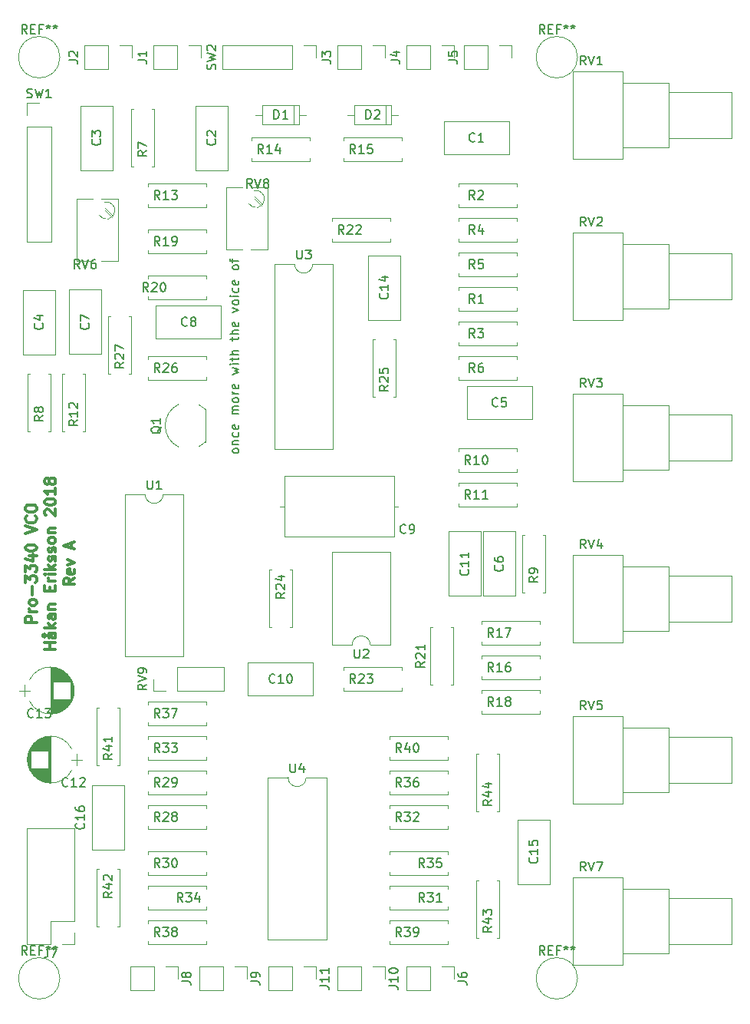
<source format=gto>
G04 #@! TF.FileFunction,Legend,Top*
%FSLAX46Y46*%
G04 Gerber Fmt 4.6, Leading zero omitted, Abs format (unit mm)*
G04 Created by KiCad (PCBNEW 4.0.7) date Saturday 21 July 2018 16:49:46*
%MOMM*%
%LPD*%
G01*
G04 APERTURE LIST*
%ADD10C,0.100000*%
%ADD11C,0.200000*%
%ADD12C,0.300000*%
%ADD13C,0.120000*%
%ADD14C,0.150000*%
G04 APERTURE END LIST*
D10*
D11*
X121102381Y-90486192D02*
X121054762Y-90581430D01*
X121007143Y-90629049D01*
X120911905Y-90676668D01*
X120626190Y-90676668D01*
X120530952Y-90629049D01*
X120483333Y-90581430D01*
X120435714Y-90486192D01*
X120435714Y-90343334D01*
X120483333Y-90248096D01*
X120530952Y-90200477D01*
X120626190Y-90152858D01*
X120911905Y-90152858D01*
X121007143Y-90200477D01*
X121054762Y-90248096D01*
X121102381Y-90343334D01*
X121102381Y-90486192D01*
X120435714Y-89724287D02*
X121102381Y-89724287D01*
X120530952Y-89724287D02*
X120483333Y-89676668D01*
X120435714Y-89581430D01*
X120435714Y-89438572D01*
X120483333Y-89343334D01*
X120578571Y-89295715D01*
X121102381Y-89295715D01*
X121054762Y-88390953D02*
X121102381Y-88486191D01*
X121102381Y-88676668D01*
X121054762Y-88771906D01*
X121007143Y-88819525D01*
X120911905Y-88867144D01*
X120626190Y-88867144D01*
X120530952Y-88819525D01*
X120483333Y-88771906D01*
X120435714Y-88676668D01*
X120435714Y-88486191D01*
X120483333Y-88390953D01*
X121054762Y-87581429D02*
X121102381Y-87676667D01*
X121102381Y-87867144D01*
X121054762Y-87962382D01*
X120959524Y-88010001D01*
X120578571Y-88010001D01*
X120483333Y-87962382D01*
X120435714Y-87867144D01*
X120435714Y-87676667D01*
X120483333Y-87581429D01*
X120578571Y-87533810D01*
X120673810Y-87533810D01*
X120769048Y-88010001D01*
X121102381Y-86343334D02*
X120435714Y-86343334D01*
X120530952Y-86343334D02*
X120483333Y-86295715D01*
X120435714Y-86200477D01*
X120435714Y-86057619D01*
X120483333Y-85962381D01*
X120578571Y-85914762D01*
X121102381Y-85914762D01*
X120578571Y-85914762D02*
X120483333Y-85867143D01*
X120435714Y-85771905D01*
X120435714Y-85629048D01*
X120483333Y-85533810D01*
X120578571Y-85486191D01*
X121102381Y-85486191D01*
X121102381Y-84867144D02*
X121054762Y-84962382D01*
X121007143Y-85010001D01*
X120911905Y-85057620D01*
X120626190Y-85057620D01*
X120530952Y-85010001D01*
X120483333Y-84962382D01*
X120435714Y-84867144D01*
X120435714Y-84724286D01*
X120483333Y-84629048D01*
X120530952Y-84581429D01*
X120626190Y-84533810D01*
X120911905Y-84533810D01*
X121007143Y-84581429D01*
X121054762Y-84629048D01*
X121102381Y-84724286D01*
X121102381Y-84867144D01*
X121102381Y-84105239D02*
X120435714Y-84105239D01*
X120626190Y-84105239D02*
X120530952Y-84057620D01*
X120483333Y-84010001D01*
X120435714Y-83914763D01*
X120435714Y-83819524D01*
X121054762Y-83105238D02*
X121102381Y-83200476D01*
X121102381Y-83390953D01*
X121054762Y-83486191D01*
X120959524Y-83533810D01*
X120578571Y-83533810D01*
X120483333Y-83486191D01*
X120435714Y-83390953D01*
X120435714Y-83200476D01*
X120483333Y-83105238D01*
X120578571Y-83057619D01*
X120673810Y-83057619D01*
X120769048Y-83533810D01*
X120435714Y-81962381D02*
X121102381Y-81771905D01*
X120626190Y-81581428D01*
X121102381Y-81390952D01*
X120435714Y-81200476D01*
X121102381Y-80819524D02*
X120435714Y-80819524D01*
X120102381Y-80819524D02*
X120150000Y-80867143D01*
X120197619Y-80819524D01*
X120150000Y-80771905D01*
X120102381Y-80819524D01*
X120197619Y-80819524D01*
X120435714Y-80486191D02*
X120435714Y-80105239D01*
X120102381Y-80343334D02*
X120959524Y-80343334D01*
X121054762Y-80295715D01*
X121102381Y-80200477D01*
X121102381Y-80105239D01*
X121102381Y-79771905D02*
X120102381Y-79771905D01*
X121102381Y-79343333D02*
X120578571Y-79343333D01*
X120483333Y-79390952D01*
X120435714Y-79486190D01*
X120435714Y-79629048D01*
X120483333Y-79724286D01*
X120530952Y-79771905D01*
X120435714Y-78248095D02*
X120435714Y-77867143D01*
X120102381Y-78105238D02*
X120959524Y-78105238D01*
X121054762Y-78057619D01*
X121102381Y-77962381D01*
X121102381Y-77867143D01*
X121102381Y-77533809D02*
X120102381Y-77533809D01*
X121102381Y-77105237D02*
X120578571Y-77105237D01*
X120483333Y-77152856D01*
X120435714Y-77248094D01*
X120435714Y-77390952D01*
X120483333Y-77486190D01*
X120530952Y-77533809D01*
X121054762Y-76248094D02*
X121102381Y-76343332D01*
X121102381Y-76533809D01*
X121054762Y-76629047D01*
X120959524Y-76676666D01*
X120578571Y-76676666D01*
X120483333Y-76629047D01*
X120435714Y-76533809D01*
X120435714Y-76343332D01*
X120483333Y-76248094D01*
X120578571Y-76200475D01*
X120673810Y-76200475D01*
X120769048Y-76676666D01*
X120435714Y-75105237D02*
X121102381Y-74867142D01*
X120435714Y-74629046D01*
X121102381Y-74105237D02*
X121054762Y-74200475D01*
X121007143Y-74248094D01*
X120911905Y-74295713D01*
X120626190Y-74295713D01*
X120530952Y-74248094D01*
X120483333Y-74200475D01*
X120435714Y-74105237D01*
X120435714Y-73962379D01*
X120483333Y-73867141D01*
X120530952Y-73819522D01*
X120626190Y-73771903D01*
X120911905Y-73771903D01*
X121007143Y-73819522D01*
X121054762Y-73867141D01*
X121102381Y-73962379D01*
X121102381Y-74105237D01*
X121102381Y-73343332D02*
X120435714Y-73343332D01*
X120102381Y-73343332D02*
X120150000Y-73390951D01*
X120197619Y-73343332D01*
X120150000Y-73295713D01*
X120102381Y-73343332D01*
X120197619Y-73343332D01*
X121054762Y-72438570D02*
X121102381Y-72533808D01*
X121102381Y-72724285D01*
X121054762Y-72819523D01*
X121007143Y-72867142D01*
X120911905Y-72914761D01*
X120626190Y-72914761D01*
X120530952Y-72867142D01*
X120483333Y-72819523D01*
X120435714Y-72724285D01*
X120435714Y-72533808D01*
X120483333Y-72438570D01*
X121054762Y-71629046D02*
X121102381Y-71724284D01*
X121102381Y-71914761D01*
X121054762Y-72009999D01*
X120959524Y-72057618D01*
X120578571Y-72057618D01*
X120483333Y-72009999D01*
X120435714Y-71914761D01*
X120435714Y-71724284D01*
X120483333Y-71629046D01*
X120578571Y-71581427D01*
X120673810Y-71581427D01*
X120769048Y-72057618D01*
X121102381Y-70248094D02*
X121054762Y-70343332D01*
X121007143Y-70390951D01*
X120911905Y-70438570D01*
X120626190Y-70438570D01*
X120530952Y-70390951D01*
X120483333Y-70343332D01*
X120435714Y-70248094D01*
X120435714Y-70105236D01*
X120483333Y-70009998D01*
X120530952Y-69962379D01*
X120626190Y-69914760D01*
X120911905Y-69914760D01*
X121007143Y-69962379D01*
X121054762Y-70009998D01*
X121102381Y-70105236D01*
X121102381Y-70248094D01*
X120435714Y-69629046D02*
X120435714Y-69248094D01*
X121102381Y-69486189D02*
X120245238Y-69486189D01*
X120150000Y-69438570D01*
X120102381Y-69343332D01*
X120102381Y-69248094D01*
D12*
X98772857Y-109327142D02*
X97572857Y-109327142D01*
X97572857Y-108869999D01*
X97630000Y-108755713D01*
X97687143Y-108698570D01*
X97801429Y-108641427D01*
X97972857Y-108641427D01*
X98087143Y-108698570D01*
X98144286Y-108755713D01*
X98201429Y-108869999D01*
X98201429Y-109327142D01*
X98772857Y-108127142D02*
X97972857Y-108127142D01*
X98201429Y-108127142D02*
X98087143Y-108069999D01*
X98030000Y-108012856D01*
X97972857Y-107898570D01*
X97972857Y-107784285D01*
X98772857Y-107212856D02*
X98715714Y-107327142D01*
X98658571Y-107384285D01*
X98544286Y-107441428D01*
X98201429Y-107441428D01*
X98087143Y-107384285D01*
X98030000Y-107327142D01*
X97972857Y-107212856D01*
X97972857Y-107041428D01*
X98030000Y-106927142D01*
X98087143Y-106869999D01*
X98201429Y-106812856D01*
X98544286Y-106812856D01*
X98658571Y-106869999D01*
X98715714Y-106927142D01*
X98772857Y-107041428D01*
X98772857Y-107212856D01*
X98315714Y-106298571D02*
X98315714Y-105384285D01*
X97572857Y-104927142D02*
X97572857Y-104184285D01*
X98030000Y-104584285D01*
X98030000Y-104412857D01*
X98087143Y-104298571D01*
X98144286Y-104241428D01*
X98258571Y-104184285D01*
X98544286Y-104184285D01*
X98658571Y-104241428D01*
X98715714Y-104298571D01*
X98772857Y-104412857D01*
X98772857Y-104755714D01*
X98715714Y-104870000D01*
X98658571Y-104927142D01*
X97572857Y-103784285D02*
X97572857Y-103041428D01*
X98030000Y-103441428D01*
X98030000Y-103270000D01*
X98087143Y-103155714D01*
X98144286Y-103098571D01*
X98258571Y-103041428D01*
X98544286Y-103041428D01*
X98658571Y-103098571D01*
X98715714Y-103155714D01*
X98772857Y-103270000D01*
X98772857Y-103612857D01*
X98715714Y-103727143D01*
X98658571Y-103784285D01*
X97972857Y-102012857D02*
X98772857Y-102012857D01*
X97515714Y-102298571D02*
X98372857Y-102584286D01*
X98372857Y-101841428D01*
X97572857Y-101155714D02*
X97572857Y-101041429D01*
X97630000Y-100927143D01*
X97687143Y-100870000D01*
X97801429Y-100812857D01*
X98030000Y-100755714D01*
X98315714Y-100755714D01*
X98544286Y-100812857D01*
X98658571Y-100870000D01*
X98715714Y-100927143D01*
X98772857Y-101041429D01*
X98772857Y-101155714D01*
X98715714Y-101270000D01*
X98658571Y-101327143D01*
X98544286Y-101384286D01*
X98315714Y-101441429D01*
X98030000Y-101441429D01*
X97801429Y-101384286D01*
X97687143Y-101327143D01*
X97630000Y-101270000D01*
X97572857Y-101155714D01*
X97572857Y-99498571D02*
X98772857Y-99098571D01*
X97572857Y-98698571D01*
X98658571Y-97612857D02*
X98715714Y-97670000D01*
X98772857Y-97841429D01*
X98772857Y-97955715D01*
X98715714Y-98127143D01*
X98601429Y-98241429D01*
X98487143Y-98298572D01*
X98258571Y-98355715D01*
X98087143Y-98355715D01*
X97858571Y-98298572D01*
X97744286Y-98241429D01*
X97630000Y-98127143D01*
X97572857Y-97955715D01*
X97572857Y-97841429D01*
X97630000Y-97670000D01*
X97687143Y-97612857D01*
X97572857Y-96870000D02*
X97572857Y-96641429D01*
X97630000Y-96527143D01*
X97744286Y-96412857D01*
X97972857Y-96355715D01*
X98372857Y-96355715D01*
X98601429Y-96412857D01*
X98715714Y-96527143D01*
X98772857Y-96641429D01*
X98772857Y-96870000D01*
X98715714Y-96984286D01*
X98601429Y-97098572D01*
X98372857Y-97155715D01*
X97972857Y-97155715D01*
X97744286Y-97098572D01*
X97630000Y-96984286D01*
X97572857Y-96870000D01*
X100872857Y-112270000D02*
X99672857Y-112270000D01*
X100244286Y-112270000D02*
X100244286Y-111584285D01*
X100872857Y-111584285D02*
X99672857Y-111584285D01*
X100872857Y-110498571D02*
X100244286Y-110498571D01*
X100130000Y-110555714D01*
X100072857Y-110670000D01*
X100072857Y-110898571D01*
X100130000Y-111012857D01*
X100815714Y-110498571D02*
X100872857Y-110612857D01*
X100872857Y-110898571D01*
X100815714Y-111012857D01*
X100701429Y-111070000D01*
X100587143Y-111070000D01*
X100472857Y-111012857D01*
X100415714Y-110898571D01*
X100415714Y-110612857D01*
X100358571Y-110498571D01*
X99787143Y-110784285D02*
X99730000Y-110898571D01*
X99615714Y-110955714D01*
X99501429Y-110898571D01*
X99444286Y-110784285D01*
X99501429Y-110670000D01*
X99615714Y-110612857D01*
X99730000Y-110670000D01*
X99787143Y-110784285D01*
X100872857Y-109927143D02*
X99672857Y-109927143D01*
X100415714Y-109812857D02*
X100872857Y-109470000D01*
X100072857Y-109470000D02*
X100530000Y-109927143D01*
X100872857Y-108441428D02*
X100244286Y-108441428D01*
X100130000Y-108498571D01*
X100072857Y-108612857D01*
X100072857Y-108841428D01*
X100130000Y-108955714D01*
X100815714Y-108441428D02*
X100872857Y-108555714D01*
X100872857Y-108841428D01*
X100815714Y-108955714D01*
X100701429Y-109012857D01*
X100587143Y-109012857D01*
X100472857Y-108955714D01*
X100415714Y-108841428D01*
X100415714Y-108555714D01*
X100358571Y-108441428D01*
X100072857Y-107870000D02*
X100872857Y-107870000D01*
X100187143Y-107870000D02*
X100130000Y-107812857D01*
X100072857Y-107698571D01*
X100072857Y-107527143D01*
X100130000Y-107412857D01*
X100244286Y-107355714D01*
X100872857Y-107355714D01*
X100244286Y-105870000D02*
X100244286Y-105470000D01*
X100872857Y-105298571D02*
X100872857Y-105870000D01*
X99672857Y-105870000D01*
X99672857Y-105298571D01*
X100872857Y-104784286D02*
X100072857Y-104784286D01*
X100301429Y-104784286D02*
X100187143Y-104727143D01*
X100130000Y-104670000D01*
X100072857Y-104555714D01*
X100072857Y-104441429D01*
X100872857Y-104041429D02*
X100072857Y-104041429D01*
X99672857Y-104041429D02*
X99730000Y-104098572D01*
X99787143Y-104041429D01*
X99730000Y-103984286D01*
X99672857Y-104041429D01*
X99787143Y-104041429D01*
X100872857Y-103470000D02*
X99672857Y-103470000D01*
X100415714Y-103355714D02*
X100872857Y-103012857D01*
X100072857Y-103012857D02*
X100530000Y-103470000D01*
X100815714Y-102555714D02*
X100872857Y-102441428D01*
X100872857Y-102212856D01*
X100815714Y-102098571D01*
X100701429Y-102041428D01*
X100644286Y-102041428D01*
X100530000Y-102098571D01*
X100472857Y-102212856D01*
X100472857Y-102384285D01*
X100415714Y-102498571D01*
X100301429Y-102555714D01*
X100244286Y-102555714D01*
X100130000Y-102498571D01*
X100072857Y-102384285D01*
X100072857Y-102212856D01*
X100130000Y-102098571D01*
X100815714Y-101584285D02*
X100872857Y-101469999D01*
X100872857Y-101241427D01*
X100815714Y-101127142D01*
X100701429Y-101069999D01*
X100644286Y-101069999D01*
X100530000Y-101127142D01*
X100472857Y-101241427D01*
X100472857Y-101412856D01*
X100415714Y-101527142D01*
X100301429Y-101584285D01*
X100244286Y-101584285D01*
X100130000Y-101527142D01*
X100072857Y-101412856D01*
X100072857Y-101241427D01*
X100130000Y-101127142D01*
X100872857Y-100384284D02*
X100815714Y-100498570D01*
X100758571Y-100555713D01*
X100644286Y-100612856D01*
X100301429Y-100612856D01*
X100187143Y-100555713D01*
X100130000Y-100498570D01*
X100072857Y-100384284D01*
X100072857Y-100212856D01*
X100130000Y-100098570D01*
X100187143Y-100041427D01*
X100301429Y-99984284D01*
X100644286Y-99984284D01*
X100758571Y-100041427D01*
X100815714Y-100098570D01*
X100872857Y-100212856D01*
X100872857Y-100384284D01*
X100072857Y-99469999D02*
X100872857Y-99469999D01*
X100187143Y-99469999D02*
X100130000Y-99412856D01*
X100072857Y-99298570D01*
X100072857Y-99127142D01*
X100130000Y-99012856D01*
X100244286Y-98955713D01*
X100872857Y-98955713D01*
X99787143Y-97527142D02*
X99730000Y-97469999D01*
X99672857Y-97355713D01*
X99672857Y-97069999D01*
X99730000Y-96955713D01*
X99787143Y-96898570D01*
X99901429Y-96841427D01*
X100015714Y-96841427D01*
X100187143Y-96898570D01*
X100872857Y-97584284D01*
X100872857Y-96841427D01*
X99672857Y-96098570D02*
X99672857Y-95984285D01*
X99730000Y-95869999D01*
X99787143Y-95812856D01*
X99901429Y-95755713D01*
X100130000Y-95698570D01*
X100415714Y-95698570D01*
X100644286Y-95755713D01*
X100758571Y-95812856D01*
X100815714Y-95869999D01*
X100872857Y-95984285D01*
X100872857Y-96098570D01*
X100815714Y-96212856D01*
X100758571Y-96269999D01*
X100644286Y-96327142D01*
X100415714Y-96384285D01*
X100130000Y-96384285D01*
X99901429Y-96327142D01*
X99787143Y-96269999D01*
X99730000Y-96212856D01*
X99672857Y-96098570D01*
X100872857Y-94555713D02*
X100872857Y-95241428D01*
X100872857Y-94898570D02*
X99672857Y-94898570D01*
X99844286Y-95012856D01*
X99958571Y-95127142D01*
X100015714Y-95241428D01*
X100187143Y-93869999D02*
X100130000Y-93984285D01*
X100072857Y-94041428D01*
X99958571Y-94098571D01*
X99901429Y-94098571D01*
X99787143Y-94041428D01*
X99730000Y-93984285D01*
X99672857Y-93869999D01*
X99672857Y-93641428D01*
X99730000Y-93527142D01*
X99787143Y-93469999D01*
X99901429Y-93412856D01*
X99958571Y-93412856D01*
X100072857Y-93469999D01*
X100130000Y-93527142D01*
X100187143Y-93641428D01*
X100187143Y-93869999D01*
X100244286Y-93984285D01*
X100301429Y-94041428D01*
X100415714Y-94098571D01*
X100644286Y-94098571D01*
X100758571Y-94041428D01*
X100815714Y-93984285D01*
X100872857Y-93869999D01*
X100872857Y-93641428D01*
X100815714Y-93527142D01*
X100758571Y-93469999D01*
X100644286Y-93412856D01*
X100415714Y-93412856D01*
X100301429Y-93469999D01*
X100244286Y-93527142D01*
X100187143Y-93641428D01*
X102972857Y-104441428D02*
X102401429Y-104841428D01*
X102972857Y-105127143D02*
X101772857Y-105127143D01*
X101772857Y-104670000D01*
X101830000Y-104555714D01*
X101887143Y-104498571D01*
X102001429Y-104441428D01*
X102172857Y-104441428D01*
X102287143Y-104498571D01*
X102344286Y-104555714D01*
X102401429Y-104670000D01*
X102401429Y-105127143D01*
X102915714Y-103470000D02*
X102972857Y-103584286D01*
X102972857Y-103812857D01*
X102915714Y-103927143D01*
X102801429Y-103984286D01*
X102344286Y-103984286D01*
X102230000Y-103927143D01*
X102172857Y-103812857D01*
X102172857Y-103584286D01*
X102230000Y-103470000D01*
X102344286Y-103412857D01*
X102458571Y-103412857D01*
X102572857Y-103984286D01*
X102172857Y-103012857D02*
X102972857Y-102727143D01*
X102172857Y-102441429D01*
X102630000Y-101127143D02*
X102630000Y-100555714D01*
X102972857Y-101241428D02*
X101772857Y-100841428D01*
X102972857Y-100441428D01*
D13*
X101346000Y-148590000D02*
G75*
G03X101346000Y-148590000I-2286000J0D01*
G01*
X158496000Y-148590000D02*
G75*
G03X158496000Y-148590000I-2286000J0D01*
G01*
X101346000Y-46990000D02*
G75*
G03X101346000Y-46990000I-2286000J0D01*
G01*
X150920000Y-57690000D02*
X143800000Y-57690000D01*
X150920000Y-54070000D02*
X143800000Y-54070000D01*
X150920000Y-57690000D02*
X150920000Y-54070000D01*
X143800000Y-57690000D02*
X143800000Y-54070000D01*
X116300000Y-59480000D02*
X116300000Y-52360000D01*
X119920000Y-59480000D02*
X119920000Y-52360000D01*
X116300000Y-59480000D02*
X119920000Y-59480000D01*
X116300000Y-52360000D02*
X119920000Y-52360000D01*
X103600000Y-59480000D02*
X103600000Y-52360000D01*
X107220000Y-59480000D02*
X107220000Y-52360000D01*
X103600000Y-59480000D02*
X107220000Y-59480000D01*
X103600000Y-52360000D02*
X107220000Y-52360000D01*
X97250000Y-79800000D02*
X97250000Y-72680000D01*
X100870000Y-79800000D02*
X100870000Y-72680000D01*
X97250000Y-79800000D02*
X100870000Y-79800000D01*
X97250000Y-72680000D02*
X100870000Y-72680000D01*
X153460000Y-86900000D02*
X146340000Y-86900000D01*
X153460000Y-83280000D02*
X146340000Y-83280000D01*
X153460000Y-86900000D02*
X153460000Y-83280000D01*
X146340000Y-86900000D02*
X146340000Y-83280000D01*
X151670000Y-99270000D02*
X151670000Y-106390000D01*
X148050000Y-99270000D02*
X148050000Y-106390000D01*
X151670000Y-99270000D02*
X148050000Y-99270000D01*
X151670000Y-106390000D02*
X148050000Y-106390000D01*
X105950000Y-72600000D02*
X105950000Y-79720000D01*
X102330000Y-72600000D02*
X102330000Y-79720000D01*
X105950000Y-72600000D02*
X102330000Y-72600000D01*
X105950000Y-79720000D02*
X102330000Y-79720000D01*
X111970000Y-74390000D02*
X119090000Y-74390000D01*
X111970000Y-78010000D02*
X119090000Y-78010000D01*
X111970000Y-74390000D02*
X111970000Y-78010000D01*
X119090000Y-74390000D02*
X119090000Y-78010000D01*
X98044278Y-125639723D02*
G75*
G03X102655580Y-125640000I2305722J1179723D01*
G01*
X98044278Y-123280277D02*
G75*
G02X102655580Y-123280000I2305722J-1179723D01*
G01*
X98044278Y-123280277D02*
G75*
G03X98044420Y-125640000I2305722J-1179723D01*
G01*
X100350000Y-127010000D02*
X100350000Y-121910000D01*
X100310000Y-127010000D02*
X100310000Y-121910000D01*
X100270000Y-127009000D02*
X100270000Y-121911000D01*
X100230000Y-127008000D02*
X100230000Y-121912000D01*
X100190000Y-127006000D02*
X100190000Y-121914000D01*
X100150000Y-127003000D02*
X100150000Y-121917000D01*
X100110000Y-126999000D02*
X100110000Y-121921000D01*
X100070000Y-126995000D02*
X100070000Y-125440000D01*
X100070000Y-123480000D02*
X100070000Y-121925000D01*
X100030000Y-126991000D02*
X100030000Y-125440000D01*
X100030000Y-123480000D02*
X100030000Y-121929000D01*
X99990000Y-126985000D02*
X99990000Y-125440000D01*
X99990000Y-123480000D02*
X99990000Y-121935000D01*
X99950000Y-126979000D02*
X99950000Y-125440000D01*
X99950000Y-123480000D02*
X99950000Y-121941000D01*
X99910000Y-126973000D02*
X99910000Y-125440000D01*
X99910000Y-123480000D02*
X99910000Y-121947000D01*
X99870000Y-126966000D02*
X99870000Y-125440000D01*
X99870000Y-123480000D02*
X99870000Y-121954000D01*
X99830000Y-126958000D02*
X99830000Y-125440000D01*
X99830000Y-123480000D02*
X99830000Y-121962000D01*
X99790000Y-126949000D02*
X99790000Y-125440000D01*
X99790000Y-123480000D02*
X99790000Y-121971000D01*
X99750000Y-126940000D02*
X99750000Y-125440000D01*
X99750000Y-123480000D02*
X99750000Y-121980000D01*
X99710000Y-126930000D02*
X99710000Y-125440000D01*
X99710000Y-123480000D02*
X99710000Y-121990000D01*
X99670000Y-126920000D02*
X99670000Y-125440000D01*
X99670000Y-123480000D02*
X99670000Y-122000000D01*
X99629000Y-126908000D02*
X99629000Y-125440000D01*
X99629000Y-123480000D02*
X99629000Y-122012000D01*
X99589000Y-126896000D02*
X99589000Y-125440000D01*
X99589000Y-123480000D02*
X99589000Y-122024000D01*
X99549000Y-126884000D02*
X99549000Y-125440000D01*
X99549000Y-123480000D02*
X99549000Y-122036000D01*
X99509000Y-126870000D02*
X99509000Y-125440000D01*
X99509000Y-123480000D02*
X99509000Y-122050000D01*
X99469000Y-126856000D02*
X99469000Y-125440000D01*
X99469000Y-123480000D02*
X99469000Y-122064000D01*
X99429000Y-126842000D02*
X99429000Y-125440000D01*
X99429000Y-123480000D02*
X99429000Y-122078000D01*
X99389000Y-126826000D02*
X99389000Y-125440000D01*
X99389000Y-123480000D02*
X99389000Y-122094000D01*
X99349000Y-126810000D02*
X99349000Y-125440000D01*
X99349000Y-123480000D02*
X99349000Y-122110000D01*
X99309000Y-126793000D02*
X99309000Y-125440000D01*
X99309000Y-123480000D02*
X99309000Y-122127000D01*
X99269000Y-126775000D02*
X99269000Y-125440000D01*
X99269000Y-123480000D02*
X99269000Y-122145000D01*
X99229000Y-126756000D02*
X99229000Y-125440000D01*
X99229000Y-123480000D02*
X99229000Y-122164000D01*
X99189000Y-126736000D02*
X99189000Y-125440000D01*
X99189000Y-123480000D02*
X99189000Y-122184000D01*
X99149000Y-126716000D02*
X99149000Y-125440000D01*
X99149000Y-123480000D02*
X99149000Y-122204000D01*
X99109000Y-126694000D02*
X99109000Y-125440000D01*
X99109000Y-123480000D02*
X99109000Y-122226000D01*
X99069000Y-126672000D02*
X99069000Y-125440000D01*
X99069000Y-123480000D02*
X99069000Y-122248000D01*
X99029000Y-126649000D02*
X99029000Y-125440000D01*
X99029000Y-123480000D02*
X99029000Y-122271000D01*
X98989000Y-126625000D02*
X98989000Y-125440000D01*
X98989000Y-123480000D02*
X98989000Y-122295000D01*
X98949000Y-126600000D02*
X98949000Y-125440000D01*
X98949000Y-123480000D02*
X98949000Y-122320000D01*
X98909000Y-126573000D02*
X98909000Y-125440000D01*
X98909000Y-123480000D02*
X98909000Y-122347000D01*
X98869000Y-126546000D02*
X98869000Y-125440000D01*
X98869000Y-123480000D02*
X98869000Y-122374000D01*
X98829000Y-126518000D02*
X98829000Y-125440000D01*
X98829000Y-123480000D02*
X98829000Y-122402000D01*
X98789000Y-126488000D02*
X98789000Y-125440000D01*
X98789000Y-123480000D02*
X98789000Y-122432000D01*
X98749000Y-126457000D02*
X98749000Y-125440000D01*
X98749000Y-123480000D02*
X98749000Y-122463000D01*
X98709000Y-126425000D02*
X98709000Y-125440000D01*
X98709000Y-123480000D02*
X98709000Y-122495000D01*
X98669000Y-126392000D02*
X98669000Y-125440000D01*
X98669000Y-123480000D02*
X98669000Y-122528000D01*
X98629000Y-126357000D02*
X98629000Y-125440000D01*
X98629000Y-123480000D02*
X98629000Y-122563000D01*
X98589000Y-126321000D02*
X98589000Y-125440000D01*
X98589000Y-123480000D02*
X98589000Y-122599000D01*
X98549000Y-126283000D02*
X98549000Y-125440000D01*
X98549000Y-123480000D02*
X98549000Y-122637000D01*
X98509000Y-126243000D02*
X98509000Y-125440000D01*
X98509000Y-123480000D02*
X98509000Y-122677000D01*
X98469000Y-126202000D02*
X98469000Y-125440000D01*
X98469000Y-123480000D02*
X98469000Y-122718000D01*
X98429000Y-126159000D02*
X98429000Y-125440000D01*
X98429000Y-123480000D02*
X98429000Y-122761000D01*
X98389000Y-126114000D02*
X98389000Y-125440000D01*
X98389000Y-123480000D02*
X98389000Y-122806000D01*
X98349000Y-126066000D02*
X98349000Y-125440000D01*
X98349000Y-123480000D02*
X98349000Y-122854000D01*
X98309000Y-126016000D02*
X98309000Y-125440000D01*
X98309000Y-123480000D02*
X98309000Y-122904000D01*
X98269000Y-125964000D02*
X98269000Y-125440000D01*
X98269000Y-123480000D02*
X98269000Y-122956000D01*
X98229000Y-125908000D02*
X98229000Y-125440000D01*
X98229000Y-123480000D02*
X98229000Y-123012000D01*
X98189000Y-125850000D02*
X98189000Y-125440000D01*
X98189000Y-123480000D02*
X98189000Y-123070000D01*
X98149000Y-125787000D02*
X98149000Y-125440000D01*
X98149000Y-123480000D02*
X98149000Y-123133000D01*
X98109000Y-125721000D02*
X98109000Y-123199000D01*
X98069000Y-125649000D02*
X98069000Y-123271000D01*
X98029000Y-125572000D02*
X98029000Y-123348000D01*
X97989000Y-125488000D02*
X97989000Y-123432000D01*
X97949000Y-125394000D02*
X97949000Y-123526000D01*
X97909000Y-125289000D02*
X97909000Y-123631000D01*
X97869000Y-125167000D02*
X97869000Y-123753000D01*
X97829000Y-125019000D02*
X97829000Y-123901000D01*
X97789000Y-124814000D02*
X97789000Y-124106000D01*
X103800000Y-124460000D02*
X102600000Y-124460000D01*
X103200000Y-125110000D02*
X103200000Y-123810000D01*
X135350000Y-75990000D02*
X135350000Y-68870000D01*
X138970000Y-75990000D02*
X138970000Y-68870000D01*
X135350000Y-75990000D02*
X138970000Y-75990000D01*
X135350000Y-68870000D02*
X138970000Y-68870000D01*
X151860000Y-138220000D02*
X151860000Y-131100000D01*
X155480000Y-138220000D02*
X155480000Y-131100000D01*
X151860000Y-138220000D02*
X155480000Y-138220000D01*
X151860000Y-131100000D02*
X155480000Y-131100000D01*
X104870000Y-134410000D02*
X104870000Y-127290000D01*
X108490000Y-134410000D02*
X108490000Y-127290000D01*
X104870000Y-134410000D02*
X108490000Y-134410000D01*
X104870000Y-127290000D02*
X108490000Y-127290000D01*
X127790000Y-54400000D02*
X127790000Y-52280000D01*
X127790000Y-52280000D02*
X123670000Y-52280000D01*
X123670000Y-52280000D02*
X123670000Y-54400000D01*
X123670000Y-54400000D02*
X127790000Y-54400000D01*
X128560000Y-53340000D02*
X127790000Y-53340000D01*
X122900000Y-53340000D02*
X123670000Y-53340000D01*
X127130000Y-54400000D02*
X127130000Y-52280000D01*
X111700000Y-45660000D02*
X111700000Y-48320000D01*
X114300000Y-45660000D02*
X111700000Y-45660000D01*
X114300000Y-48320000D02*
X111700000Y-48320000D01*
X114300000Y-45660000D02*
X114300000Y-48320000D01*
X115570000Y-45660000D02*
X116900000Y-45660000D01*
X116900000Y-45660000D02*
X116900000Y-46990000D01*
X104080000Y-45660000D02*
X104080000Y-48320000D01*
X106680000Y-45660000D02*
X104080000Y-45660000D01*
X106680000Y-48320000D02*
X104080000Y-48320000D01*
X106680000Y-45660000D02*
X106680000Y-48320000D01*
X107950000Y-45660000D02*
X109280000Y-45660000D01*
X109280000Y-45660000D02*
X109280000Y-46990000D01*
X132020000Y-45660000D02*
X132020000Y-48320000D01*
X134620000Y-45660000D02*
X132020000Y-45660000D01*
X134620000Y-48320000D02*
X132020000Y-48320000D01*
X134620000Y-45660000D02*
X134620000Y-48320000D01*
X135890000Y-45660000D02*
X137220000Y-45660000D01*
X137220000Y-45660000D02*
X137220000Y-46990000D01*
X139640000Y-45660000D02*
X139640000Y-48320000D01*
X142240000Y-45660000D02*
X139640000Y-45660000D01*
X142240000Y-48320000D02*
X139640000Y-48320000D01*
X142240000Y-45660000D02*
X142240000Y-48320000D01*
X143510000Y-45660000D02*
X144840000Y-45660000D01*
X144840000Y-45660000D02*
X144840000Y-46990000D01*
X145990000Y-45660000D02*
X145990000Y-48320000D01*
X148590000Y-45660000D02*
X145990000Y-45660000D01*
X148590000Y-48320000D02*
X145990000Y-48320000D01*
X148590000Y-45660000D02*
X148590000Y-48320000D01*
X149860000Y-45660000D02*
X151190000Y-45660000D01*
X151190000Y-45660000D02*
X151190000Y-46990000D01*
X139640000Y-147260000D02*
X139640000Y-149920000D01*
X142240000Y-147260000D02*
X139640000Y-147260000D01*
X142240000Y-149920000D02*
X139640000Y-149920000D01*
X142240000Y-147260000D02*
X142240000Y-149920000D01*
X143510000Y-147260000D02*
X144840000Y-147260000D01*
X144840000Y-147260000D02*
X144840000Y-148590000D01*
X109160000Y-147260000D02*
X109160000Y-149920000D01*
X111760000Y-147260000D02*
X109160000Y-147260000D01*
X111760000Y-149920000D02*
X109160000Y-149920000D01*
X111760000Y-147260000D02*
X111760000Y-149920000D01*
X113030000Y-147260000D02*
X114360000Y-147260000D01*
X114360000Y-147260000D02*
X114360000Y-148590000D01*
X116780000Y-147260000D02*
X116780000Y-149920000D01*
X119380000Y-147260000D02*
X116780000Y-147260000D01*
X119380000Y-149920000D02*
X116780000Y-149920000D01*
X119380000Y-147260000D02*
X119380000Y-149920000D01*
X120650000Y-147260000D02*
X121980000Y-147260000D01*
X121980000Y-147260000D02*
X121980000Y-148590000D01*
X132020000Y-147260000D02*
X132020000Y-149920000D01*
X134620000Y-147260000D02*
X132020000Y-147260000D01*
X134620000Y-149920000D02*
X132020000Y-149920000D01*
X134620000Y-147260000D02*
X134620000Y-149920000D01*
X135890000Y-147260000D02*
X137220000Y-147260000D01*
X137220000Y-147260000D02*
X137220000Y-148590000D01*
X124400000Y-147260000D02*
X124400000Y-149920000D01*
X127000000Y-147260000D02*
X124400000Y-147260000D01*
X127000000Y-149920000D02*
X124400000Y-149920000D01*
X127000000Y-147260000D02*
X127000000Y-149920000D01*
X128270000Y-147260000D02*
X129600000Y-147260000D01*
X129600000Y-147260000D02*
X129600000Y-148590000D01*
X117420000Y-89430000D02*
X117420000Y-85830000D01*
X116692795Y-89954184D02*
G75*
G03X117420000Y-89430000I-1122795J2324184D01*
G01*
X114471193Y-89986400D02*
G75*
G02X112970000Y-87630000I1098807J2356400D01*
G01*
X114471193Y-85273600D02*
G75*
G03X112970000Y-87630000I1098807J-2356400D01*
G01*
X116692795Y-85305816D02*
G75*
G02X117420000Y-85830000I-1122795J-2324184D01*
G01*
X145380000Y-72680000D02*
X145380000Y-72350000D01*
X145380000Y-72350000D02*
X151800000Y-72350000D01*
X151800000Y-72350000D02*
X151800000Y-72680000D01*
X145380000Y-74640000D02*
X145380000Y-74970000D01*
X145380000Y-74970000D02*
X151800000Y-74970000D01*
X151800000Y-74970000D02*
X151800000Y-74640000D01*
X145380000Y-61250000D02*
X145380000Y-60920000D01*
X145380000Y-60920000D02*
X151800000Y-60920000D01*
X151800000Y-60920000D02*
X151800000Y-61250000D01*
X145380000Y-63210000D02*
X145380000Y-63540000D01*
X145380000Y-63540000D02*
X151800000Y-63540000D01*
X151800000Y-63540000D02*
X151800000Y-63210000D01*
X145380000Y-76490000D02*
X145380000Y-76160000D01*
X145380000Y-76160000D02*
X151800000Y-76160000D01*
X151800000Y-76160000D02*
X151800000Y-76490000D01*
X145380000Y-78450000D02*
X145380000Y-78780000D01*
X145380000Y-78780000D02*
X151800000Y-78780000D01*
X151800000Y-78780000D02*
X151800000Y-78450000D01*
X145380000Y-65060000D02*
X145380000Y-64730000D01*
X145380000Y-64730000D02*
X151800000Y-64730000D01*
X151800000Y-64730000D02*
X151800000Y-65060000D01*
X145380000Y-67020000D02*
X145380000Y-67350000D01*
X145380000Y-67350000D02*
X151800000Y-67350000D01*
X151800000Y-67350000D02*
X151800000Y-67020000D01*
X145380000Y-68870000D02*
X145380000Y-68540000D01*
X145380000Y-68540000D02*
X151800000Y-68540000D01*
X151800000Y-68540000D02*
X151800000Y-68870000D01*
X145380000Y-70830000D02*
X145380000Y-71160000D01*
X145380000Y-71160000D02*
X151800000Y-71160000D01*
X151800000Y-71160000D02*
X151800000Y-70830000D01*
X145380000Y-80300000D02*
X145380000Y-79970000D01*
X145380000Y-79970000D02*
X151800000Y-79970000D01*
X151800000Y-79970000D02*
X151800000Y-80300000D01*
X145380000Y-82260000D02*
X145380000Y-82590000D01*
X145380000Y-82590000D02*
X151800000Y-82590000D01*
X151800000Y-82590000D02*
X151800000Y-82260000D01*
X109510000Y-59090000D02*
X109180000Y-59090000D01*
X109180000Y-59090000D02*
X109180000Y-52670000D01*
X109180000Y-52670000D02*
X109510000Y-52670000D01*
X111470000Y-59090000D02*
X111800000Y-59090000D01*
X111800000Y-59090000D02*
X111800000Y-52670000D01*
X111800000Y-52670000D02*
X111470000Y-52670000D01*
X98080000Y-88300000D02*
X97750000Y-88300000D01*
X97750000Y-88300000D02*
X97750000Y-81880000D01*
X97750000Y-81880000D02*
X98080000Y-81880000D01*
X100040000Y-88300000D02*
X100370000Y-88300000D01*
X100370000Y-88300000D02*
X100370000Y-81880000D01*
X100370000Y-81880000D02*
X100040000Y-81880000D01*
X154650000Y-99660000D02*
X154980000Y-99660000D01*
X154980000Y-99660000D02*
X154980000Y-106080000D01*
X154980000Y-106080000D02*
X154650000Y-106080000D01*
X152690000Y-99660000D02*
X152360000Y-99660000D01*
X152360000Y-99660000D02*
X152360000Y-106080000D01*
X152360000Y-106080000D02*
X152690000Y-106080000D01*
X145380000Y-90460000D02*
X145380000Y-90130000D01*
X145380000Y-90130000D02*
X151800000Y-90130000D01*
X151800000Y-90130000D02*
X151800000Y-90460000D01*
X145380000Y-92420000D02*
X145380000Y-92750000D01*
X145380000Y-92750000D02*
X151800000Y-92750000D01*
X151800000Y-92750000D02*
X151800000Y-92420000D01*
X151800000Y-96230000D02*
X151800000Y-96560000D01*
X151800000Y-96560000D02*
X145380000Y-96560000D01*
X145380000Y-96560000D02*
X145380000Y-96230000D01*
X151800000Y-94270000D02*
X151800000Y-93940000D01*
X151800000Y-93940000D02*
X145380000Y-93940000D01*
X145380000Y-93940000D02*
X145380000Y-94270000D01*
X101890000Y-88300000D02*
X101560000Y-88300000D01*
X101560000Y-88300000D02*
X101560000Y-81880000D01*
X101560000Y-81880000D02*
X101890000Y-81880000D01*
X103850000Y-88300000D02*
X104180000Y-88300000D01*
X104180000Y-88300000D02*
X104180000Y-81880000D01*
X104180000Y-81880000D02*
X103850000Y-81880000D01*
X111090000Y-61250000D02*
X111090000Y-60920000D01*
X111090000Y-60920000D02*
X117510000Y-60920000D01*
X117510000Y-60920000D02*
X117510000Y-61250000D01*
X111090000Y-63210000D02*
X111090000Y-63540000D01*
X111090000Y-63540000D02*
X117510000Y-63540000D01*
X117510000Y-63540000D02*
X117510000Y-63210000D01*
X128940000Y-58130000D02*
X128940000Y-58460000D01*
X128940000Y-58460000D02*
X122520000Y-58460000D01*
X122520000Y-58460000D02*
X122520000Y-58130000D01*
X128940000Y-56170000D02*
X128940000Y-55840000D01*
X128940000Y-55840000D02*
X122520000Y-55840000D01*
X122520000Y-55840000D02*
X122520000Y-56170000D01*
X139100000Y-58130000D02*
X139100000Y-58460000D01*
X139100000Y-58460000D02*
X132680000Y-58460000D01*
X132680000Y-58460000D02*
X132680000Y-58130000D01*
X139100000Y-56170000D02*
X139100000Y-55840000D01*
X139100000Y-55840000D02*
X132680000Y-55840000D01*
X132680000Y-55840000D02*
X132680000Y-56170000D01*
X147920000Y-113320000D02*
X147920000Y-112990000D01*
X147920000Y-112990000D02*
X154340000Y-112990000D01*
X154340000Y-112990000D02*
X154340000Y-113320000D01*
X147920000Y-115280000D02*
X147920000Y-115610000D01*
X147920000Y-115610000D02*
X154340000Y-115610000D01*
X154340000Y-115610000D02*
X154340000Y-115280000D01*
X147920000Y-109510000D02*
X147920000Y-109180000D01*
X147920000Y-109180000D02*
X154340000Y-109180000D01*
X154340000Y-109180000D02*
X154340000Y-109510000D01*
X147920000Y-111470000D02*
X147920000Y-111800000D01*
X147920000Y-111800000D02*
X154340000Y-111800000D01*
X154340000Y-111800000D02*
X154340000Y-111470000D01*
X147920000Y-117130000D02*
X147920000Y-116800000D01*
X147920000Y-116800000D02*
X154340000Y-116800000D01*
X154340000Y-116800000D02*
X154340000Y-117130000D01*
X147920000Y-119090000D02*
X147920000Y-119420000D01*
X147920000Y-119420000D02*
X154340000Y-119420000D01*
X154340000Y-119420000D02*
X154340000Y-119090000D01*
X117510000Y-68290000D02*
X117510000Y-68620000D01*
X117510000Y-68620000D02*
X111090000Y-68620000D01*
X111090000Y-68620000D02*
X111090000Y-68290000D01*
X117510000Y-66330000D02*
X117510000Y-66000000D01*
X117510000Y-66000000D02*
X111090000Y-66000000D01*
X111090000Y-66000000D02*
X111090000Y-66330000D01*
X117510000Y-73370000D02*
X117510000Y-73700000D01*
X117510000Y-73700000D02*
X111090000Y-73700000D01*
X111090000Y-73700000D02*
X111090000Y-73370000D01*
X117510000Y-71410000D02*
X117510000Y-71080000D01*
X117510000Y-71080000D02*
X111090000Y-71080000D01*
X111090000Y-71080000D02*
X111090000Y-71410000D01*
X142530000Y-116240000D02*
X142200000Y-116240000D01*
X142200000Y-116240000D02*
X142200000Y-109820000D01*
X142200000Y-109820000D02*
X142530000Y-109820000D01*
X144490000Y-116240000D02*
X144820000Y-116240000D01*
X144820000Y-116240000D02*
X144820000Y-109820000D01*
X144820000Y-109820000D02*
X144490000Y-109820000D01*
X137830000Y-67020000D02*
X137830000Y-67350000D01*
X137830000Y-67350000D02*
X131410000Y-67350000D01*
X131410000Y-67350000D02*
X131410000Y-67020000D01*
X137830000Y-65060000D02*
X137830000Y-64730000D01*
X137830000Y-64730000D02*
X131410000Y-64730000D01*
X131410000Y-64730000D02*
X131410000Y-65060000D01*
X132680000Y-114590000D02*
X132680000Y-114260000D01*
X132680000Y-114260000D02*
X139100000Y-114260000D01*
X139100000Y-114260000D02*
X139100000Y-114590000D01*
X132680000Y-116550000D02*
X132680000Y-116880000D01*
X132680000Y-116880000D02*
X139100000Y-116880000D01*
X139100000Y-116880000D02*
X139100000Y-116550000D01*
X124750000Y-109890000D02*
X124420000Y-109890000D01*
X124420000Y-109890000D02*
X124420000Y-103470000D01*
X124420000Y-103470000D02*
X124750000Y-103470000D01*
X126710000Y-109890000D02*
X127040000Y-109890000D01*
X127040000Y-109890000D02*
X127040000Y-103470000D01*
X127040000Y-103470000D02*
X126710000Y-103470000D01*
X136180000Y-84490000D02*
X135850000Y-84490000D01*
X135850000Y-84490000D02*
X135850000Y-78070000D01*
X135850000Y-78070000D02*
X136180000Y-78070000D01*
X138140000Y-84490000D02*
X138470000Y-84490000D01*
X138470000Y-84490000D02*
X138470000Y-78070000D01*
X138470000Y-78070000D02*
X138140000Y-78070000D01*
X111090000Y-80300000D02*
X111090000Y-79970000D01*
X111090000Y-79970000D02*
X117510000Y-79970000D01*
X117510000Y-79970000D02*
X117510000Y-80300000D01*
X111090000Y-82260000D02*
X111090000Y-82590000D01*
X111090000Y-82590000D02*
X117510000Y-82590000D01*
X117510000Y-82590000D02*
X117510000Y-82260000D01*
X106970000Y-81950000D02*
X106640000Y-81950000D01*
X106640000Y-81950000D02*
X106640000Y-75530000D01*
X106640000Y-75530000D02*
X106970000Y-75530000D01*
X108930000Y-81950000D02*
X109260000Y-81950000D01*
X109260000Y-81950000D02*
X109260000Y-75530000D01*
X109260000Y-75530000D02*
X108930000Y-75530000D01*
X111090000Y-129830000D02*
X111090000Y-129500000D01*
X111090000Y-129500000D02*
X117510000Y-129500000D01*
X117510000Y-129500000D02*
X117510000Y-129830000D01*
X111090000Y-131790000D02*
X111090000Y-132120000D01*
X111090000Y-132120000D02*
X117510000Y-132120000D01*
X117510000Y-132120000D02*
X117510000Y-131790000D01*
X111090000Y-126020000D02*
X111090000Y-125690000D01*
X111090000Y-125690000D02*
X117510000Y-125690000D01*
X117510000Y-125690000D02*
X117510000Y-126020000D01*
X111090000Y-127980000D02*
X111090000Y-128310000D01*
X111090000Y-128310000D02*
X117510000Y-128310000D01*
X117510000Y-128310000D02*
X117510000Y-127980000D01*
X111090000Y-134910000D02*
X111090000Y-134580000D01*
X111090000Y-134580000D02*
X117510000Y-134580000D01*
X117510000Y-134580000D02*
X117510000Y-134910000D01*
X111090000Y-136870000D02*
X111090000Y-137200000D01*
X111090000Y-137200000D02*
X117510000Y-137200000D01*
X117510000Y-137200000D02*
X117510000Y-136870000D01*
X144180000Y-140680000D02*
X144180000Y-141010000D01*
X144180000Y-141010000D02*
X137760000Y-141010000D01*
X137760000Y-141010000D02*
X137760000Y-140680000D01*
X144180000Y-138720000D02*
X144180000Y-138390000D01*
X144180000Y-138390000D02*
X137760000Y-138390000D01*
X137760000Y-138390000D02*
X137760000Y-138720000D01*
X144180000Y-131790000D02*
X144180000Y-132120000D01*
X144180000Y-132120000D02*
X137760000Y-132120000D01*
X137760000Y-132120000D02*
X137760000Y-131790000D01*
X144180000Y-129830000D02*
X144180000Y-129500000D01*
X144180000Y-129500000D02*
X137760000Y-129500000D01*
X137760000Y-129500000D02*
X137760000Y-129830000D01*
X111090000Y-122210000D02*
X111090000Y-121880000D01*
X111090000Y-121880000D02*
X117510000Y-121880000D01*
X117510000Y-121880000D02*
X117510000Y-122210000D01*
X111090000Y-124170000D02*
X111090000Y-124500000D01*
X111090000Y-124500000D02*
X117510000Y-124500000D01*
X117510000Y-124500000D02*
X117510000Y-124170000D01*
X111090000Y-138720000D02*
X111090000Y-138390000D01*
X111090000Y-138390000D02*
X117510000Y-138390000D01*
X117510000Y-138390000D02*
X117510000Y-138720000D01*
X111090000Y-140680000D02*
X111090000Y-141010000D01*
X111090000Y-141010000D02*
X117510000Y-141010000D01*
X117510000Y-141010000D02*
X117510000Y-140680000D01*
X144180000Y-136870000D02*
X144180000Y-137200000D01*
X144180000Y-137200000D02*
X137760000Y-137200000D01*
X137760000Y-137200000D02*
X137760000Y-136870000D01*
X144180000Y-134910000D02*
X144180000Y-134580000D01*
X144180000Y-134580000D02*
X137760000Y-134580000D01*
X137760000Y-134580000D02*
X137760000Y-134910000D01*
X144180000Y-127980000D02*
X144180000Y-128310000D01*
X144180000Y-128310000D02*
X137760000Y-128310000D01*
X137760000Y-128310000D02*
X137760000Y-127980000D01*
X144180000Y-126020000D02*
X144180000Y-125690000D01*
X144180000Y-125690000D02*
X137760000Y-125690000D01*
X137760000Y-125690000D02*
X137760000Y-126020000D01*
X111090000Y-118400000D02*
X111090000Y-118070000D01*
X111090000Y-118070000D02*
X117510000Y-118070000D01*
X117510000Y-118070000D02*
X117510000Y-118400000D01*
X111090000Y-120360000D02*
X111090000Y-120690000D01*
X111090000Y-120690000D02*
X117510000Y-120690000D01*
X117510000Y-120690000D02*
X117510000Y-120360000D01*
X111090000Y-142530000D02*
X111090000Y-142200000D01*
X111090000Y-142200000D02*
X117510000Y-142200000D01*
X117510000Y-142200000D02*
X117510000Y-142530000D01*
X111090000Y-144490000D02*
X111090000Y-144820000D01*
X111090000Y-144820000D02*
X117510000Y-144820000D01*
X117510000Y-144820000D02*
X117510000Y-144490000D01*
X144180000Y-144490000D02*
X144180000Y-144820000D01*
X144180000Y-144820000D02*
X137760000Y-144820000D01*
X137760000Y-144820000D02*
X137760000Y-144490000D01*
X144180000Y-142530000D02*
X144180000Y-142200000D01*
X144180000Y-142200000D02*
X137760000Y-142200000D01*
X137760000Y-142200000D02*
X137760000Y-142530000D01*
X144180000Y-124170000D02*
X144180000Y-124500000D01*
X144180000Y-124500000D02*
X137760000Y-124500000D01*
X137760000Y-124500000D02*
X137760000Y-124170000D01*
X144180000Y-122210000D02*
X144180000Y-121880000D01*
X144180000Y-121880000D02*
X137760000Y-121880000D01*
X137760000Y-121880000D02*
X137760000Y-122210000D01*
X105700000Y-125130000D02*
X105370000Y-125130000D01*
X105370000Y-125130000D02*
X105370000Y-118710000D01*
X105370000Y-118710000D02*
X105700000Y-118710000D01*
X107660000Y-125130000D02*
X107990000Y-125130000D01*
X107990000Y-125130000D02*
X107990000Y-118710000D01*
X107990000Y-118710000D02*
X107660000Y-118710000D01*
X107660000Y-136490000D02*
X107990000Y-136490000D01*
X107990000Y-136490000D02*
X107990000Y-142910000D01*
X107990000Y-142910000D02*
X107660000Y-142910000D01*
X105700000Y-136490000D02*
X105370000Y-136490000D01*
X105370000Y-136490000D02*
X105370000Y-142910000D01*
X105370000Y-142910000D02*
X105700000Y-142910000D01*
X158009000Y-48570000D02*
X163530000Y-48570000D01*
X158009000Y-58190000D02*
X163530000Y-58190000D01*
X158009000Y-48570000D02*
X158009000Y-58190000D01*
X163530000Y-48570000D02*
X163530000Y-58190000D01*
X163530000Y-49820000D02*
X168530000Y-49820000D01*
X163530000Y-56940000D02*
X168530000Y-56940000D01*
X163530000Y-49820000D02*
X163530000Y-56940000D01*
X168530000Y-49820000D02*
X168530000Y-56940000D01*
X168530000Y-50820000D02*
X175530000Y-50820000D01*
X168530000Y-55940000D02*
X175530000Y-55940000D01*
X168530000Y-50820000D02*
X168530000Y-55940000D01*
X175530000Y-50820000D02*
X175530000Y-55940000D01*
X158009000Y-66350000D02*
X163530000Y-66350000D01*
X158009000Y-75970000D02*
X163530000Y-75970000D01*
X158009000Y-66350000D02*
X158009000Y-75970000D01*
X163530000Y-66350000D02*
X163530000Y-75970000D01*
X163530000Y-67600000D02*
X168530000Y-67600000D01*
X163530000Y-74720000D02*
X168530000Y-74720000D01*
X163530000Y-67600000D02*
X163530000Y-74720000D01*
X168530000Y-67600000D02*
X168530000Y-74720000D01*
X168530000Y-68600000D02*
X175530000Y-68600000D01*
X168530000Y-73720000D02*
X175530000Y-73720000D01*
X168530000Y-68600000D02*
X168530000Y-73720000D01*
X175530000Y-68600000D02*
X175530000Y-73720000D01*
X158009000Y-84130000D02*
X163530000Y-84130000D01*
X158009000Y-93750000D02*
X163530000Y-93750000D01*
X158009000Y-84130000D02*
X158009000Y-93750000D01*
X163530000Y-84130000D02*
X163530000Y-93750000D01*
X163530000Y-85380000D02*
X168530000Y-85380000D01*
X163530000Y-92500000D02*
X168530000Y-92500000D01*
X163530000Y-85380000D02*
X163530000Y-92500000D01*
X168530000Y-85380000D02*
X168530000Y-92500000D01*
X168530000Y-86380000D02*
X175530000Y-86380000D01*
X168530000Y-91500000D02*
X175530000Y-91500000D01*
X168530000Y-86380000D02*
X168530000Y-91500000D01*
X175530000Y-86380000D02*
X175530000Y-91500000D01*
X158009000Y-101910000D02*
X163530000Y-101910000D01*
X158009000Y-111530000D02*
X163530000Y-111530000D01*
X158009000Y-101910000D02*
X158009000Y-111530000D01*
X163530000Y-101910000D02*
X163530000Y-111530000D01*
X163530000Y-103160000D02*
X168530000Y-103160000D01*
X163530000Y-110280000D02*
X168530000Y-110280000D01*
X163530000Y-103160000D02*
X163530000Y-110280000D01*
X168530000Y-103160000D02*
X168530000Y-110280000D01*
X168530000Y-104160000D02*
X175530000Y-104160000D01*
X168530000Y-109280000D02*
X175530000Y-109280000D01*
X168530000Y-104160000D02*
X168530000Y-109280000D01*
X175530000Y-104160000D02*
X175530000Y-109280000D01*
X158009000Y-119690000D02*
X163530000Y-119690000D01*
X158009000Y-129310000D02*
X163530000Y-129310000D01*
X158009000Y-119690000D02*
X158009000Y-129310000D01*
X163530000Y-119690000D02*
X163530000Y-129310000D01*
X163530000Y-120940000D02*
X168530000Y-120940000D01*
X163530000Y-128060000D02*
X168530000Y-128060000D01*
X163530000Y-120940000D02*
X163530000Y-128060000D01*
X168530000Y-120940000D02*
X168530000Y-128060000D01*
X168530000Y-121940000D02*
X175530000Y-121940000D01*
X168530000Y-127060000D02*
X175530000Y-127060000D01*
X168530000Y-121940000D02*
X168530000Y-127060000D01*
X175530000Y-121940000D02*
X175530000Y-127060000D01*
X106315034Y-62969433D02*
G75*
G02X107430000Y-63905000I164966J-935567D01*
G01*
X107428737Y-63888944D02*
G75*
G02X105658000Y-64379000I-948737J-16056D01*
G01*
X103190000Y-69455000D02*
X103190000Y-62625000D01*
X107810000Y-69455000D02*
X107810000Y-62625000D01*
X103190000Y-69455000D02*
X104945000Y-69455000D01*
X105876000Y-69455000D02*
X107810000Y-69455000D01*
X103190000Y-62625000D02*
X104945000Y-62625000D01*
X105876000Y-62625000D02*
X107810000Y-62625000D01*
X106326000Y-63635000D02*
X107201000Y-64509000D01*
X106330000Y-63870000D02*
X107085000Y-64625000D01*
X158009000Y-137470000D02*
X163530000Y-137470000D01*
X158009000Y-147090000D02*
X163530000Y-147090000D01*
X158009000Y-137470000D02*
X158009000Y-147090000D01*
X163530000Y-137470000D02*
X163530000Y-147090000D01*
X163530000Y-138720000D02*
X168530000Y-138720000D01*
X163530000Y-145840000D02*
X168530000Y-145840000D01*
X163530000Y-138720000D02*
X163530000Y-145840000D01*
X168530000Y-138720000D02*
X168530000Y-145840000D01*
X168530000Y-139720000D02*
X175530000Y-139720000D01*
X168530000Y-144840000D02*
X175530000Y-144840000D01*
X168530000Y-139720000D02*
X168530000Y-144840000D01*
X175530000Y-139720000D02*
X175530000Y-144840000D01*
X122825034Y-61699433D02*
G75*
G02X123940000Y-62635000I164966J-935567D01*
G01*
X123938737Y-62618944D02*
G75*
G02X122168000Y-63109000I-948737J-16056D01*
G01*
X119700000Y-68185000D02*
X119700000Y-61355000D01*
X124320000Y-68185000D02*
X124320000Y-61355000D01*
X119700000Y-68185000D02*
X121455000Y-68185000D01*
X122386000Y-68185000D02*
X124320000Y-68185000D01*
X119700000Y-61355000D02*
X121455000Y-61355000D01*
X122386000Y-61355000D02*
X124320000Y-61355000D01*
X122836000Y-62365000D02*
X123711000Y-63239000D01*
X122840000Y-62600000D02*
X123595000Y-63355000D01*
X112760000Y-95190000D02*
G75*
G02X110760000Y-95190000I-1000000J0D01*
G01*
X110760000Y-95190000D02*
X108525000Y-95190000D01*
X108525000Y-95190000D02*
X108525000Y-113090000D01*
X108525000Y-113090000D02*
X114995000Y-113090000D01*
X114995000Y-113090000D02*
X114995000Y-95190000D01*
X114995000Y-95190000D02*
X112760000Y-95190000D01*
X133620000Y-111820000D02*
G75*
G02X135620000Y-111820000I1000000J0D01*
G01*
X135620000Y-111820000D02*
X137855000Y-111820000D01*
X137855000Y-111820000D02*
X137855000Y-101540000D01*
X137855000Y-101540000D02*
X131385000Y-101540000D01*
X131385000Y-101540000D02*
X131385000Y-111820000D01*
X131385000Y-111820000D02*
X133620000Y-111820000D01*
X129270000Y-69790000D02*
G75*
G02X127270000Y-69790000I-1000000J0D01*
G01*
X127270000Y-69790000D02*
X125035000Y-69790000D01*
X125035000Y-69790000D02*
X125035000Y-90230000D01*
X125035000Y-90230000D02*
X131505000Y-90230000D01*
X131505000Y-90230000D02*
X131505000Y-69790000D01*
X131505000Y-69790000D02*
X129270000Y-69790000D01*
X128545001Y-126435000D02*
G75*
G02X126545001Y-126435000I-1000000J0D01*
G01*
X126545001Y-126435000D02*
X124310001Y-126435000D01*
X124310001Y-126435000D02*
X124310001Y-144335000D01*
X124310001Y-144335000D02*
X130780001Y-144335000D01*
X130780001Y-144335000D02*
X130780001Y-126435000D01*
X130780001Y-126435000D02*
X128545001Y-126435000D01*
X138260000Y-99830000D02*
X138260000Y-93210000D01*
X138260000Y-93210000D02*
X126140000Y-93210000D01*
X126140000Y-93210000D02*
X126140000Y-99830000D01*
X126140000Y-99830000D02*
X138260000Y-99830000D01*
X138720000Y-96520000D02*
X138260000Y-96520000D01*
X125680000Y-96520000D02*
X126140000Y-96520000D01*
X122130000Y-113760000D02*
X129250000Y-113760000D01*
X122130000Y-117380000D02*
X129250000Y-117380000D01*
X122130000Y-113760000D02*
X122130000Y-117380000D01*
X129250000Y-113760000D02*
X129250000Y-117380000D01*
X147860000Y-99270000D02*
X147860000Y-106390000D01*
X144240000Y-99270000D02*
X144240000Y-106390000D01*
X147860000Y-99270000D02*
X144240000Y-99270000D01*
X147860000Y-106390000D02*
X144240000Y-106390000D01*
X102615722Y-115660277D02*
G75*
G03X98004420Y-115660000I-2305722J-1179723D01*
G01*
X102615722Y-118019723D02*
G75*
G02X98004420Y-118020000I-2305722J1179723D01*
G01*
X102615722Y-118019723D02*
G75*
G03X102615580Y-115660000I-2305722J1179723D01*
G01*
X100310000Y-114290000D02*
X100310000Y-119390000D01*
X100350000Y-114290000D02*
X100350000Y-119390000D01*
X100390000Y-114291000D02*
X100390000Y-119389000D01*
X100430000Y-114292000D02*
X100430000Y-119388000D01*
X100470000Y-114294000D02*
X100470000Y-119386000D01*
X100510000Y-114297000D02*
X100510000Y-119383000D01*
X100550000Y-114301000D02*
X100550000Y-119379000D01*
X100590000Y-114305000D02*
X100590000Y-115860000D01*
X100590000Y-117820000D02*
X100590000Y-119375000D01*
X100630000Y-114309000D02*
X100630000Y-115860000D01*
X100630000Y-117820000D02*
X100630000Y-119371000D01*
X100670000Y-114315000D02*
X100670000Y-115860000D01*
X100670000Y-117820000D02*
X100670000Y-119365000D01*
X100710000Y-114321000D02*
X100710000Y-115860000D01*
X100710000Y-117820000D02*
X100710000Y-119359000D01*
X100750000Y-114327000D02*
X100750000Y-115860000D01*
X100750000Y-117820000D02*
X100750000Y-119353000D01*
X100790000Y-114334000D02*
X100790000Y-115860000D01*
X100790000Y-117820000D02*
X100790000Y-119346000D01*
X100830000Y-114342000D02*
X100830000Y-115860000D01*
X100830000Y-117820000D02*
X100830000Y-119338000D01*
X100870000Y-114351000D02*
X100870000Y-115860000D01*
X100870000Y-117820000D02*
X100870000Y-119329000D01*
X100910000Y-114360000D02*
X100910000Y-115860000D01*
X100910000Y-117820000D02*
X100910000Y-119320000D01*
X100950000Y-114370000D02*
X100950000Y-115860000D01*
X100950000Y-117820000D02*
X100950000Y-119310000D01*
X100990000Y-114380000D02*
X100990000Y-115860000D01*
X100990000Y-117820000D02*
X100990000Y-119300000D01*
X101031000Y-114392000D02*
X101031000Y-115860000D01*
X101031000Y-117820000D02*
X101031000Y-119288000D01*
X101071000Y-114404000D02*
X101071000Y-115860000D01*
X101071000Y-117820000D02*
X101071000Y-119276000D01*
X101111000Y-114416000D02*
X101111000Y-115860000D01*
X101111000Y-117820000D02*
X101111000Y-119264000D01*
X101151000Y-114430000D02*
X101151000Y-115860000D01*
X101151000Y-117820000D02*
X101151000Y-119250000D01*
X101191000Y-114444000D02*
X101191000Y-115860000D01*
X101191000Y-117820000D02*
X101191000Y-119236000D01*
X101231000Y-114458000D02*
X101231000Y-115860000D01*
X101231000Y-117820000D02*
X101231000Y-119222000D01*
X101271000Y-114474000D02*
X101271000Y-115860000D01*
X101271000Y-117820000D02*
X101271000Y-119206000D01*
X101311000Y-114490000D02*
X101311000Y-115860000D01*
X101311000Y-117820000D02*
X101311000Y-119190000D01*
X101351000Y-114507000D02*
X101351000Y-115860000D01*
X101351000Y-117820000D02*
X101351000Y-119173000D01*
X101391000Y-114525000D02*
X101391000Y-115860000D01*
X101391000Y-117820000D02*
X101391000Y-119155000D01*
X101431000Y-114544000D02*
X101431000Y-115860000D01*
X101431000Y-117820000D02*
X101431000Y-119136000D01*
X101471000Y-114564000D02*
X101471000Y-115860000D01*
X101471000Y-117820000D02*
X101471000Y-119116000D01*
X101511000Y-114584000D02*
X101511000Y-115860000D01*
X101511000Y-117820000D02*
X101511000Y-119096000D01*
X101551000Y-114606000D02*
X101551000Y-115860000D01*
X101551000Y-117820000D02*
X101551000Y-119074000D01*
X101591000Y-114628000D02*
X101591000Y-115860000D01*
X101591000Y-117820000D02*
X101591000Y-119052000D01*
X101631000Y-114651000D02*
X101631000Y-115860000D01*
X101631000Y-117820000D02*
X101631000Y-119029000D01*
X101671000Y-114675000D02*
X101671000Y-115860000D01*
X101671000Y-117820000D02*
X101671000Y-119005000D01*
X101711000Y-114700000D02*
X101711000Y-115860000D01*
X101711000Y-117820000D02*
X101711000Y-118980000D01*
X101751000Y-114727000D02*
X101751000Y-115860000D01*
X101751000Y-117820000D02*
X101751000Y-118953000D01*
X101791000Y-114754000D02*
X101791000Y-115860000D01*
X101791000Y-117820000D02*
X101791000Y-118926000D01*
X101831000Y-114782000D02*
X101831000Y-115860000D01*
X101831000Y-117820000D02*
X101831000Y-118898000D01*
X101871000Y-114812000D02*
X101871000Y-115860000D01*
X101871000Y-117820000D02*
X101871000Y-118868000D01*
X101911000Y-114843000D02*
X101911000Y-115860000D01*
X101911000Y-117820000D02*
X101911000Y-118837000D01*
X101951000Y-114875000D02*
X101951000Y-115860000D01*
X101951000Y-117820000D02*
X101951000Y-118805000D01*
X101991000Y-114908000D02*
X101991000Y-115860000D01*
X101991000Y-117820000D02*
X101991000Y-118772000D01*
X102031000Y-114943000D02*
X102031000Y-115860000D01*
X102031000Y-117820000D02*
X102031000Y-118737000D01*
X102071000Y-114979000D02*
X102071000Y-115860000D01*
X102071000Y-117820000D02*
X102071000Y-118701000D01*
X102111000Y-115017000D02*
X102111000Y-115860000D01*
X102111000Y-117820000D02*
X102111000Y-118663000D01*
X102151000Y-115057000D02*
X102151000Y-115860000D01*
X102151000Y-117820000D02*
X102151000Y-118623000D01*
X102191000Y-115098000D02*
X102191000Y-115860000D01*
X102191000Y-117820000D02*
X102191000Y-118582000D01*
X102231000Y-115141000D02*
X102231000Y-115860000D01*
X102231000Y-117820000D02*
X102231000Y-118539000D01*
X102271000Y-115186000D02*
X102271000Y-115860000D01*
X102271000Y-117820000D02*
X102271000Y-118494000D01*
X102311000Y-115234000D02*
X102311000Y-115860000D01*
X102311000Y-117820000D02*
X102311000Y-118446000D01*
X102351000Y-115284000D02*
X102351000Y-115860000D01*
X102351000Y-117820000D02*
X102351000Y-118396000D01*
X102391000Y-115336000D02*
X102391000Y-115860000D01*
X102391000Y-117820000D02*
X102391000Y-118344000D01*
X102431000Y-115392000D02*
X102431000Y-115860000D01*
X102431000Y-117820000D02*
X102431000Y-118288000D01*
X102471000Y-115450000D02*
X102471000Y-115860000D01*
X102471000Y-117820000D02*
X102471000Y-118230000D01*
X102511000Y-115513000D02*
X102511000Y-115860000D01*
X102511000Y-117820000D02*
X102511000Y-118167000D01*
X102551000Y-115579000D02*
X102551000Y-118101000D01*
X102591000Y-115651000D02*
X102591000Y-118029000D01*
X102631000Y-115728000D02*
X102631000Y-117952000D01*
X102671000Y-115812000D02*
X102671000Y-117868000D01*
X102711000Y-115906000D02*
X102711000Y-117774000D01*
X102751000Y-116011000D02*
X102751000Y-117669000D01*
X102791000Y-116133000D02*
X102791000Y-117547000D01*
X102831000Y-116281000D02*
X102831000Y-117399000D01*
X102871000Y-116486000D02*
X102871000Y-117194000D01*
X96860000Y-116840000D02*
X98060000Y-116840000D01*
X97460000Y-116190000D02*
X97460000Y-117490000D01*
X137950000Y-54400000D02*
X137950000Y-52280000D01*
X137950000Y-52280000D02*
X133830000Y-52280000D01*
X133830000Y-52280000D02*
X133830000Y-54400000D01*
X133830000Y-54400000D02*
X137950000Y-54400000D01*
X138720000Y-53340000D02*
X137950000Y-53340000D01*
X133060000Y-53340000D02*
X133830000Y-53340000D01*
X137290000Y-54400000D02*
X137290000Y-52280000D01*
X149570000Y-137760000D02*
X149900000Y-137760000D01*
X149900000Y-137760000D02*
X149900000Y-144180000D01*
X149900000Y-144180000D02*
X149570000Y-144180000D01*
X147610000Y-137760000D02*
X147280000Y-137760000D01*
X147280000Y-137760000D02*
X147280000Y-144180000D01*
X147280000Y-144180000D02*
X147610000Y-144180000D01*
X147610000Y-130210000D02*
X147280000Y-130210000D01*
X147280000Y-130210000D02*
X147280000Y-123790000D01*
X147280000Y-123790000D02*
X147610000Y-123790000D01*
X149570000Y-130210000D02*
X149900000Y-130210000D01*
X149900000Y-130210000D02*
X149900000Y-123790000D01*
X149900000Y-123790000D02*
X149570000Y-123790000D01*
X119320000Y-45660000D02*
X119320000Y-48320000D01*
X127000000Y-45660000D02*
X119320000Y-45660000D01*
X127000000Y-48320000D02*
X119320000Y-48320000D01*
X127000000Y-45660000D02*
X127000000Y-48320000D01*
X128270000Y-45660000D02*
X129600000Y-45660000D01*
X129600000Y-45660000D02*
X129600000Y-46990000D01*
X158496000Y-46990000D02*
G75*
G03X158496000Y-46990000I-2286000J0D01*
G01*
X119440000Y-116900000D02*
X119440000Y-114240000D01*
X114300000Y-116900000D02*
X119440000Y-116900000D01*
X114300000Y-114240000D02*
X119440000Y-114240000D01*
X114300000Y-116900000D02*
X114300000Y-114240000D01*
X113030000Y-116900000D02*
X111700000Y-116900000D01*
X111700000Y-116900000D02*
X111700000Y-115570000D01*
X97730000Y-67370000D02*
X100390000Y-67370000D01*
X97730000Y-54610000D02*
X97730000Y-67370000D01*
X100390000Y-54610000D02*
X100390000Y-67370000D01*
X97730000Y-54610000D02*
X100390000Y-54610000D01*
X97730000Y-53340000D02*
X97730000Y-52010000D01*
X97730000Y-52010000D02*
X99060000Y-52010000D01*
X102930000Y-132020000D02*
X97730000Y-132020000D01*
X102930000Y-142240000D02*
X102930000Y-132020000D01*
X97730000Y-144840000D02*
X97730000Y-132020000D01*
X102930000Y-142240000D02*
X100330000Y-142240000D01*
X100330000Y-142240000D02*
X100330000Y-144840000D01*
X100330000Y-144840000D02*
X97730000Y-144840000D01*
X102930000Y-143510000D02*
X102930000Y-144840000D01*
X102930000Y-144840000D02*
X101600000Y-144840000D01*
D14*
X97726667Y-145994381D02*
X97393333Y-145518190D01*
X97155238Y-145994381D02*
X97155238Y-144994381D01*
X97536191Y-144994381D01*
X97631429Y-145042000D01*
X97679048Y-145089619D01*
X97726667Y-145184857D01*
X97726667Y-145327714D01*
X97679048Y-145422952D01*
X97631429Y-145470571D01*
X97536191Y-145518190D01*
X97155238Y-145518190D01*
X98155238Y-145470571D02*
X98488572Y-145470571D01*
X98631429Y-145994381D02*
X98155238Y-145994381D01*
X98155238Y-144994381D01*
X98631429Y-144994381D01*
X99393334Y-145470571D02*
X99060000Y-145470571D01*
X99060000Y-145994381D02*
X99060000Y-144994381D01*
X99536191Y-144994381D01*
X100060000Y-144994381D02*
X100060000Y-145232476D01*
X99821905Y-145137238D02*
X100060000Y-145232476D01*
X100298096Y-145137238D01*
X99917143Y-145422952D02*
X100060000Y-145232476D01*
X100202858Y-145422952D01*
X100821905Y-144994381D02*
X100821905Y-145232476D01*
X100583810Y-145137238D02*
X100821905Y-145232476D01*
X101060001Y-145137238D01*
X100679048Y-145422952D02*
X100821905Y-145232476D01*
X100964763Y-145422952D01*
X154876667Y-145994381D02*
X154543333Y-145518190D01*
X154305238Y-145994381D02*
X154305238Y-144994381D01*
X154686191Y-144994381D01*
X154781429Y-145042000D01*
X154829048Y-145089619D01*
X154876667Y-145184857D01*
X154876667Y-145327714D01*
X154829048Y-145422952D01*
X154781429Y-145470571D01*
X154686191Y-145518190D01*
X154305238Y-145518190D01*
X155305238Y-145470571D02*
X155638572Y-145470571D01*
X155781429Y-145994381D02*
X155305238Y-145994381D01*
X155305238Y-144994381D01*
X155781429Y-144994381D01*
X156543334Y-145470571D02*
X156210000Y-145470571D01*
X156210000Y-145994381D02*
X156210000Y-144994381D01*
X156686191Y-144994381D01*
X157210000Y-144994381D02*
X157210000Y-145232476D01*
X156971905Y-145137238D02*
X157210000Y-145232476D01*
X157448096Y-145137238D01*
X157067143Y-145422952D02*
X157210000Y-145232476D01*
X157352858Y-145422952D01*
X157971905Y-144994381D02*
X157971905Y-145232476D01*
X157733810Y-145137238D02*
X157971905Y-145232476D01*
X158210001Y-145137238D01*
X157829048Y-145422952D02*
X157971905Y-145232476D01*
X158114763Y-145422952D01*
X97726667Y-44394381D02*
X97393333Y-43918190D01*
X97155238Y-44394381D02*
X97155238Y-43394381D01*
X97536191Y-43394381D01*
X97631429Y-43442000D01*
X97679048Y-43489619D01*
X97726667Y-43584857D01*
X97726667Y-43727714D01*
X97679048Y-43822952D01*
X97631429Y-43870571D01*
X97536191Y-43918190D01*
X97155238Y-43918190D01*
X98155238Y-43870571D02*
X98488572Y-43870571D01*
X98631429Y-44394381D02*
X98155238Y-44394381D01*
X98155238Y-43394381D01*
X98631429Y-43394381D01*
X99393334Y-43870571D02*
X99060000Y-43870571D01*
X99060000Y-44394381D02*
X99060000Y-43394381D01*
X99536191Y-43394381D01*
X100060000Y-43394381D02*
X100060000Y-43632476D01*
X99821905Y-43537238D02*
X100060000Y-43632476D01*
X100298096Y-43537238D01*
X99917143Y-43822952D02*
X100060000Y-43632476D01*
X100202858Y-43822952D01*
X100821905Y-43394381D02*
X100821905Y-43632476D01*
X100583810Y-43537238D02*
X100821905Y-43632476D01*
X101060001Y-43537238D01*
X100679048Y-43822952D02*
X100821905Y-43632476D01*
X100964763Y-43822952D01*
X147153334Y-56237143D02*
X147105715Y-56284762D01*
X146962858Y-56332381D01*
X146867620Y-56332381D01*
X146724762Y-56284762D01*
X146629524Y-56189524D01*
X146581905Y-56094286D01*
X146534286Y-55903810D01*
X146534286Y-55760952D01*
X146581905Y-55570476D01*
X146629524Y-55475238D01*
X146724762Y-55380000D01*
X146867620Y-55332381D01*
X146962858Y-55332381D01*
X147105715Y-55380000D01*
X147153334Y-55427619D01*
X148105715Y-56332381D02*
X147534286Y-56332381D01*
X147820000Y-56332381D02*
X147820000Y-55332381D01*
X147724762Y-55475238D01*
X147629524Y-55570476D01*
X147534286Y-55618095D01*
X118467143Y-56046666D02*
X118514762Y-56094285D01*
X118562381Y-56237142D01*
X118562381Y-56332380D01*
X118514762Y-56475238D01*
X118419524Y-56570476D01*
X118324286Y-56618095D01*
X118133810Y-56665714D01*
X117990952Y-56665714D01*
X117800476Y-56618095D01*
X117705238Y-56570476D01*
X117610000Y-56475238D01*
X117562381Y-56332380D01*
X117562381Y-56237142D01*
X117610000Y-56094285D01*
X117657619Y-56046666D01*
X117657619Y-55665714D02*
X117610000Y-55618095D01*
X117562381Y-55522857D01*
X117562381Y-55284761D01*
X117610000Y-55189523D01*
X117657619Y-55141904D01*
X117752857Y-55094285D01*
X117848095Y-55094285D01*
X117990952Y-55141904D01*
X118562381Y-55713333D01*
X118562381Y-55094285D01*
X105767143Y-56046666D02*
X105814762Y-56094285D01*
X105862381Y-56237142D01*
X105862381Y-56332380D01*
X105814762Y-56475238D01*
X105719524Y-56570476D01*
X105624286Y-56618095D01*
X105433810Y-56665714D01*
X105290952Y-56665714D01*
X105100476Y-56618095D01*
X105005238Y-56570476D01*
X104910000Y-56475238D01*
X104862381Y-56332380D01*
X104862381Y-56237142D01*
X104910000Y-56094285D01*
X104957619Y-56046666D01*
X104862381Y-55713333D02*
X104862381Y-55094285D01*
X105243333Y-55427619D01*
X105243333Y-55284761D01*
X105290952Y-55189523D01*
X105338571Y-55141904D01*
X105433810Y-55094285D01*
X105671905Y-55094285D01*
X105767143Y-55141904D01*
X105814762Y-55189523D01*
X105862381Y-55284761D01*
X105862381Y-55570476D01*
X105814762Y-55665714D01*
X105767143Y-55713333D01*
X99417143Y-76366666D02*
X99464762Y-76414285D01*
X99512381Y-76557142D01*
X99512381Y-76652380D01*
X99464762Y-76795238D01*
X99369524Y-76890476D01*
X99274286Y-76938095D01*
X99083810Y-76985714D01*
X98940952Y-76985714D01*
X98750476Y-76938095D01*
X98655238Y-76890476D01*
X98560000Y-76795238D01*
X98512381Y-76652380D01*
X98512381Y-76557142D01*
X98560000Y-76414285D01*
X98607619Y-76366666D01*
X98845714Y-75509523D02*
X99512381Y-75509523D01*
X98464762Y-75747619D02*
X99179048Y-75985714D01*
X99179048Y-75366666D01*
X149693334Y-85447143D02*
X149645715Y-85494762D01*
X149502858Y-85542381D01*
X149407620Y-85542381D01*
X149264762Y-85494762D01*
X149169524Y-85399524D01*
X149121905Y-85304286D01*
X149074286Y-85113810D01*
X149074286Y-84970952D01*
X149121905Y-84780476D01*
X149169524Y-84685238D01*
X149264762Y-84590000D01*
X149407620Y-84542381D01*
X149502858Y-84542381D01*
X149645715Y-84590000D01*
X149693334Y-84637619D01*
X150598096Y-84542381D02*
X150121905Y-84542381D01*
X150074286Y-85018571D01*
X150121905Y-84970952D01*
X150217143Y-84923333D01*
X150455239Y-84923333D01*
X150550477Y-84970952D01*
X150598096Y-85018571D01*
X150645715Y-85113810D01*
X150645715Y-85351905D01*
X150598096Y-85447143D01*
X150550477Y-85494762D01*
X150455239Y-85542381D01*
X150217143Y-85542381D01*
X150121905Y-85494762D01*
X150074286Y-85447143D01*
X150217143Y-103036666D02*
X150264762Y-103084285D01*
X150312381Y-103227142D01*
X150312381Y-103322380D01*
X150264762Y-103465238D01*
X150169524Y-103560476D01*
X150074286Y-103608095D01*
X149883810Y-103655714D01*
X149740952Y-103655714D01*
X149550476Y-103608095D01*
X149455238Y-103560476D01*
X149360000Y-103465238D01*
X149312381Y-103322380D01*
X149312381Y-103227142D01*
X149360000Y-103084285D01*
X149407619Y-103036666D01*
X149312381Y-102179523D02*
X149312381Y-102370000D01*
X149360000Y-102465238D01*
X149407619Y-102512857D01*
X149550476Y-102608095D01*
X149740952Y-102655714D01*
X150121905Y-102655714D01*
X150217143Y-102608095D01*
X150264762Y-102560476D01*
X150312381Y-102465238D01*
X150312381Y-102274761D01*
X150264762Y-102179523D01*
X150217143Y-102131904D01*
X150121905Y-102084285D01*
X149883810Y-102084285D01*
X149788571Y-102131904D01*
X149740952Y-102179523D01*
X149693333Y-102274761D01*
X149693333Y-102465238D01*
X149740952Y-102560476D01*
X149788571Y-102608095D01*
X149883810Y-102655714D01*
X104497143Y-76366666D02*
X104544762Y-76414285D01*
X104592381Y-76557142D01*
X104592381Y-76652380D01*
X104544762Y-76795238D01*
X104449524Y-76890476D01*
X104354286Y-76938095D01*
X104163810Y-76985714D01*
X104020952Y-76985714D01*
X103830476Y-76938095D01*
X103735238Y-76890476D01*
X103640000Y-76795238D01*
X103592381Y-76652380D01*
X103592381Y-76557142D01*
X103640000Y-76414285D01*
X103687619Y-76366666D01*
X103592381Y-76033333D02*
X103592381Y-75366666D01*
X104592381Y-75795238D01*
X115403334Y-76557143D02*
X115355715Y-76604762D01*
X115212858Y-76652381D01*
X115117620Y-76652381D01*
X114974762Y-76604762D01*
X114879524Y-76509524D01*
X114831905Y-76414286D01*
X114784286Y-76223810D01*
X114784286Y-76080952D01*
X114831905Y-75890476D01*
X114879524Y-75795238D01*
X114974762Y-75700000D01*
X115117620Y-75652381D01*
X115212858Y-75652381D01*
X115355715Y-75700000D01*
X115403334Y-75747619D01*
X115974762Y-76080952D02*
X115879524Y-76033333D01*
X115831905Y-75985714D01*
X115784286Y-75890476D01*
X115784286Y-75842857D01*
X115831905Y-75747619D01*
X115879524Y-75700000D01*
X115974762Y-75652381D01*
X116165239Y-75652381D01*
X116260477Y-75700000D01*
X116308096Y-75747619D01*
X116355715Y-75842857D01*
X116355715Y-75890476D01*
X116308096Y-75985714D01*
X116260477Y-76033333D01*
X116165239Y-76080952D01*
X115974762Y-76080952D01*
X115879524Y-76128571D01*
X115831905Y-76176190D01*
X115784286Y-76271429D01*
X115784286Y-76461905D01*
X115831905Y-76557143D01*
X115879524Y-76604762D01*
X115974762Y-76652381D01*
X116165239Y-76652381D01*
X116260477Y-76604762D01*
X116308096Y-76557143D01*
X116355715Y-76461905D01*
X116355715Y-76271429D01*
X116308096Y-76176190D01*
X116260477Y-76128571D01*
X116165239Y-76080952D01*
X102227143Y-127357143D02*
X102179524Y-127404762D01*
X102036667Y-127452381D01*
X101941429Y-127452381D01*
X101798571Y-127404762D01*
X101703333Y-127309524D01*
X101655714Y-127214286D01*
X101608095Y-127023810D01*
X101608095Y-126880952D01*
X101655714Y-126690476D01*
X101703333Y-126595238D01*
X101798571Y-126500000D01*
X101941429Y-126452381D01*
X102036667Y-126452381D01*
X102179524Y-126500000D01*
X102227143Y-126547619D01*
X103179524Y-127452381D02*
X102608095Y-127452381D01*
X102893809Y-127452381D02*
X102893809Y-126452381D01*
X102798571Y-126595238D01*
X102703333Y-126690476D01*
X102608095Y-126738095D01*
X103560476Y-126547619D02*
X103608095Y-126500000D01*
X103703333Y-126452381D01*
X103941429Y-126452381D01*
X104036667Y-126500000D01*
X104084286Y-126547619D01*
X104131905Y-126642857D01*
X104131905Y-126738095D01*
X104084286Y-126880952D01*
X103512857Y-127452381D01*
X104131905Y-127452381D01*
X137517143Y-73032857D02*
X137564762Y-73080476D01*
X137612381Y-73223333D01*
X137612381Y-73318571D01*
X137564762Y-73461429D01*
X137469524Y-73556667D01*
X137374286Y-73604286D01*
X137183810Y-73651905D01*
X137040952Y-73651905D01*
X136850476Y-73604286D01*
X136755238Y-73556667D01*
X136660000Y-73461429D01*
X136612381Y-73318571D01*
X136612381Y-73223333D01*
X136660000Y-73080476D01*
X136707619Y-73032857D01*
X137612381Y-72080476D02*
X137612381Y-72651905D01*
X137612381Y-72366191D02*
X136612381Y-72366191D01*
X136755238Y-72461429D01*
X136850476Y-72556667D01*
X136898095Y-72651905D01*
X136945714Y-71223333D02*
X137612381Y-71223333D01*
X136564762Y-71461429D02*
X137279048Y-71699524D01*
X137279048Y-71080476D01*
X154027143Y-135262857D02*
X154074762Y-135310476D01*
X154122381Y-135453333D01*
X154122381Y-135548571D01*
X154074762Y-135691429D01*
X153979524Y-135786667D01*
X153884286Y-135834286D01*
X153693810Y-135881905D01*
X153550952Y-135881905D01*
X153360476Y-135834286D01*
X153265238Y-135786667D01*
X153170000Y-135691429D01*
X153122381Y-135548571D01*
X153122381Y-135453333D01*
X153170000Y-135310476D01*
X153217619Y-135262857D01*
X154122381Y-134310476D02*
X154122381Y-134881905D01*
X154122381Y-134596191D02*
X153122381Y-134596191D01*
X153265238Y-134691429D01*
X153360476Y-134786667D01*
X153408095Y-134881905D01*
X153122381Y-133405714D02*
X153122381Y-133881905D01*
X153598571Y-133929524D01*
X153550952Y-133881905D01*
X153503333Y-133786667D01*
X153503333Y-133548571D01*
X153550952Y-133453333D01*
X153598571Y-133405714D01*
X153693810Y-133358095D01*
X153931905Y-133358095D01*
X154027143Y-133405714D01*
X154074762Y-133453333D01*
X154122381Y-133548571D01*
X154122381Y-133786667D01*
X154074762Y-133881905D01*
X154027143Y-133929524D01*
X103977143Y-131492857D02*
X104024762Y-131540476D01*
X104072381Y-131683333D01*
X104072381Y-131778571D01*
X104024762Y-131921429D01*
X103929524Y-132016667D01*
X103834286Y-132064286D01*
X103643810Y-132111905D01*
X103500952Y-132111905D01*
X103310476Y-132064286D01*
X103215238Y-132016667D01*
X103120000Y-131921429D01*
X103072381Y-131778571D01*
X103072381Y-131683333D01*
X103120000Y-131540476D01*
X103167619Y-131492857D01*
X104072381Y-130540476D02*
X104072381Y-131111905D01*
X104072381Y-130826191D02*
X103072381Y-130826191D01*
X103215238Y-130921429D01*
X103310476Y-131016667D01*
X103358095Y-131111905D01*
X103072381Y-129683333D02*
X103072381Y-129873810D01*
X103120000Y-129969048D01*
X103167619Y-130016667D01*
X103310476Y-130111905D01*
X103500952Y-130159524D01*
X103881905Y-130159524D01*
X103977143Y-130111905D01*
X104024762Y-130064286D01*
X104072381Y-129969048D01*
X104072381Y-129778571D01*
X104024762Y-129683333D01*
X103977143Y-129635714D01*
X103881905Y-129588095D01*
X103643810Y-129588095D01*
X103548571Y-129635714D01*
X103500952Y-129683333D01*
X103453333Y-129778571D01*
X103453333Y-129969048D01*
X103500952Y-130064286D01*
X103548571Y-130111905D01*
X103643810Y-130159524D01*
X124991905Y-53792381D02*
X124991905Y-52792381D01*
X125230000Y-52792381D01*
X125372858Y-52840000D01*
X125468096Y-52935238D01*
X125515715Y-53030476D01*
X125563334Y-53220952D01*
X125563334Y-53363810D01*
X125515715Y-53554286D01*
X125468096Y-53649524D01*
X125372858Y-53744762D01*
X125230000Y-53792381D01*
X124991905Y-53792381D01*
X126515715Y-53792381D02*
X125944286Y-53792381D01*
X126230000Y-53792381D02*
X126230000Y-52792381D01*
X126134762Y-52935238D01*
X126039524Y-53030476D01*
X125944286Y-53078095D01*
X109942381Y-47323333D02*
X110656667Y-47323333D01*
X110799524Y-47370953D01*
X110894762Y-47466191D01*
X110942381Y-47609048D01*
X110942381Y-47704286D01*
X110942381Y-46323333D02*
X110942381Y-46894762D01*
X110942381Y-46609048D02*
X109942381Y-46609048D01*
X110085238Y-46704286D01*
X110180476Y-46799524D01*
X110228095Y-46894762D01*
X102322381Y-47323333D02*
X103036667Y-47323333D01*
X103179524Y-47370953D01*
X103274762Y-47466191D01*
X103322381Y-47609048D01*
X103322381Y-47704286D01*
X102417619Y-46894762D02*
X102370000Y-46847143D01*
X102322381Y-46751905D01*
X102322381Y-46513809D01*
X102370000Y-46418571D01*
X102417619Y-46370952D01*
X102512857Y-46323333D01*
X102608095Y-46323333D01*
X102750952Y-46370952D01*
X103322381Y-46942381D01*
X103322381Y-46323333D01*
X130262381Y-47323333D02*
X130976667Y-47323333D01*
X131119524Y-47370953D01*
X131214762Y-47466191D01*
X131262381Y-47609048D01*
X131262381Y-47704286D01*
X130262381Y-46942381D02*
X130262381Y-46323333D01*
X130643333Y-46656667D01*
X130643333Y-46513809D01*
X130690952Y-46418571D01*
X130738571Y-46370952D01*
X130833810Y-46323333D01*
X131071905Y-46323333D01*
X131167143Y-46370952D01*
X131214762Y-46418571D01*
X131262381Y-46513809D01*
X131262381Y-46799524D01*
X131214762Y-46894762D01*
X131167143Y-46942381D01*
X137882381Y-47323333D02*
X138596667Y-47323333D01*
X138739524Y-47370953D01*
X138834762Y-47466191D01*
X138882381Y-47609048D01*
X138882381Y-47704286D01*
X138215714Y-46418571D02*
X138882381Y-46418571D01*
X137834762Y-46656667D02*
X138549048Y-46894762D01*
X138549048Y-46275714D01*
X144232381Y-47323333D02*
X144946667Y-47323333D01*
X145089524Y-47370953D01*
X145184762Y-47466191D01*
X145232381Y-47609048D01*
X145232381Y-47704286D01*
X144232381Y-46370952D02*
X144232381Y-46847143D01*
X144708571Y-46894762D01*
X144660952Y-46847143D01*
X144613333Y-46751905D01*
X144613333Y-46513809D01*
X144660952Y-46418571D01*
X144708571Y-46370952D01*
X144803810Y-46323333D01*
X145041905Y-46323333D01*
X145137143Y-46370952D01*
X145184762Y-46418571D01*
X145232381Y-46513809D01*
X145232381Y-46751905D01*
X145184762Y-46847143D01*
X145137143Y-46894762D01*
X145292381Y-148923333D02*
X146006667Y-148923333D01*
X146149524Y-148970953D01*
X146244762Y-149066191D01*
X146292381Y-149209048D01*
X146292381Y-149304286D01*
X145292381Y-148018571D02*
X145292381Y-148209048D01*
X145340000Y-148304286D01*
X145387619Y-148351905D01*
X145530476Y-148447143D01*
X145720952Y-148494762D01*
X146101905Y-148494762D01*
X146197143Y-148447143D01*
X146244762Y-148399524D01*
X146292381Y-148304286D01*
X146292381Y-148113809D01*
X146244762Y-148018571D01*
X146197143Y-147970952D01*
X146101905Y-147923333D01*
X145863810Y-147923333D01*
X145768571Y-147970952D01*
X145720952Y-148018571D01*
X145673333Y-148113809D01*
X145673333Y-148304286D01*
X145720952Y-148399524D01*
X145768571Y-148447143D01*
X145863810Y-148494762D01*
X114812381Y-148923333D02*
X115526667Y-148923333D01*
X115669524Y-148970953D01*
X115764762Y-149066191D01*
X115812381Y-149209048D01*
X115812381Y-149304286D01*
X115240952Y-148304286D02*
X115193333Y-148399524D01*
X115145714Y-148447143D01*
X115050476Y-148494762D01*
X115002857Y-148494762D01*
X114907619Y-148447143D01*
X114860000Y-148399524D01*
X114812381Y-148304286D01*
X114812381Y-148113809D01*
X114860000Y-148018571D01*
X114907619Y-147970952D01*
X115002857Y-147923333D01*
X115050476Y-147923333D01*
X115145714Y-147970952D01*
X115193333Y-148018571D01*
X115240952Y-148113809D01*
X115240952Y-148304286D01*
X115288571Y-148399524D01*
X115336190Y-148447143D01*
X115431429Y-148494762D01*
X115621905Y-148494762D01*
X115717143Y-148447143D01*
X115764762Y-148399524D01*
X115812381Y-148304286D01*
X115812381Y-148113809D01*
X115764762Y-148018571D01*
X115717143Y-147970952D01*
X115621905Y-147923333D01*
X115431429Y-147923333D01*
X115336190Y-147970952D01*
X115288571Y-148018571D01*
X115240952Y-148113809D01*
X122432381Y-148923333D02*
X123146667Y-148923333D01*
X123289524Y-148970953D01*
X123384762Y-149066191D01*
X123432381Y-149209048D01*
X123432381Y-149304286D01*
X123432381Y-148399524D02*
X123432381Y-148209048D01*
X123384762Y-148113809D01*
X123337143Y-148066190D01*
X123194286Y-147970952D01*
X123003810Y-147923333D01*
X122622857Y-147923333D01*
X122527619Y-147970952D01*
X122480000Y-148018571D01*
X122432381Y-148113809D01*
X122432381Y-148304286D01*
X122480000Y-148399524D01*
X122527619Y-148447143D01*
X122622857Y-148494762D01*
X122860952Y-148494762D01*
X122956190Y-148447143D01*
X123003810Y-148399524D01*
X123051429Y-148304286D01*
X123051429Y-148113809D01*
X123003810Y-148018571D01*
X122956190Y-147970952D01*
X122860952Y-147923333D01*
X137672381Y-149399523D02*
X138386667Y-149399523D01*
X138529524Y-149447143D01*
X138624762Y-149542381D01*
X138672381Y-149685238D01*
X138672381Y-149780476D01*
X138672381Y-148399523D02*
X138672381Y-148970952D01*
X138672381Y-148685238D02*
X137672381Y-148685238D01*
X137815238Y-148780476D01*
X137910476Y-148875714D01*
X137958095Y-148970952D01*
X137672381Y-147780476D02*
X137672381Y-147685237D01*
X137720000Y-147589999D01*
X137767619Y-147542380D01*
X137862857Y-147494761D01*
X138053333Y-147447142D01*
X138291429Y-147447142D01*
X138481905Y-147494761D01*
X138577143Y-147542380D01*
X138624762Y-147589999D01*
X138672381Y-147685237D01*
X138672381Y-147780476D01*
X138624762Y-147875714D01*
X138577143Y-147923333D01*
X138481905Y-147970952D01*
X138291429Y-148018571D01*
X138053333Y-148018571D01*
X137862857Y-147970952D01*
X137767619Y-147923333D01*
X137720000Y-147875714D01*
X137672381Y-147780476D01*
X130052381Y-149399523D02*
X130766667Y-149399523D01*
X130909524Y-149447143D01*
X131004762Y-149542381D01*
X131052381Y-149685238D01*
X131052381Y-149780476D01*
X131052381Y-148399523D02*
X131052381Y-148970952D01*
X131052381Y-148685238D02*
X130052381Y-148685238D01*
X130195238Y-148780476D01*
X130290476Y-148875714D01*
X130338095Y-148970952D01*
X131052381Y-147447142D02*
X131052381Y-148018571D01*
X131052381Y-147732857D02*
X130052381Y-147732857D01*
X130195238Y-147828095D01*
X130290476Y-147923333D01*
X130338095Y-148018571D01*
X112557619Y-87725238D02*
X112510000Y-87820476D01*
X112414762Y-87915714D01*
X112271905Y-88058571D01*
X112224286Y-88153810D01*
X112224286Y-88249048D01*
X112462381Y-88201429D02*
X112414762Y-88296667D01*
X112319524Y-88391905D01*
X112129048Y-88439524D01*
X111795714Y-88439524D01*
X111605238Y-88391905D01*
X111510000Y-88296667D01*
X111462381Y-88201429D01*
X111462381Y-88010952D01*
X111510000Y-87915714D01*
X111605238Y-87820476D01*
X111795714Y-87772857D01*
X112129048Y-87772857D01*
X112319524Y-87820476D01*
X112414762Y-87915714D01*
X112462381Y-88010952D01*
X112462381Y-88201429D01*
X112462381Y-86820476D02*
X112462381Y-87391905D01*
X112462381Y-87106191D02*
X111462381Y-87106191D01*
X111605238Y-87201429D01*
X111700476Y-87296667D01*
X111748095Y-87391905D01*
X147153334Y-74112381D02*
X146820000Y-73636190D01*
X146581905Y-74112381D02*
X146581905Y-73112381D01*
X146962858Y-73112381D01*
X147058096Y-73160000D01*
X147105715Y-73207619D01*
X147153334Y-73302857D01*
X147153334Y-73445714D01*
X147105715Y-73540952D01*
X147058096Y-73588571D01*
X146962858Y-73636190D01*
X146581905Y-73636190D01*
X148105715Y-74112381D02*
X147534286Y-74112381D01*
X147820000Y-74112381D02*
X147820000Y-73112381D01*
X147724762Y-73255238D01*
X147629524Y-73350476D01*
X147534286Y-73398095D01*
X147153334Y-62682381D02*
X146820000Y-62206190D01*
X146581905Y-62682381D02*
X146581905Y-61682381D01*
X146962858Y-61682381D01*
X147058096Y-61730000D01*
X147105715Y-61777619D01*
X147153334Y-61872857D01*
X147153334Y-62015714D01*
X147105715Y-62110952D01*
X147058096Y-62158571D01*
X146962858Y-62206190D01*
X146581905Y-62206190D01*
X147534286Y-61777619D02*
X147581905Y-61730000D01*
X147677143Y-61682381D01*
X147915239Y-61682381D01*
X148010477Y-61730000D01*
X148058096Y-61777619D01*
X148105715Y-61872857D01*
X148105715Y-61968095D01*
X148058096Y-62110952D01*
X147486667Y-62682381D01*
X148105715Y-62682381D01*
X147153334Y-77922381D02*
X146820000Y-77446190D01*
X146581905Y-77922381D02*
X146581905Y-76922381D01*
X146962858Y-76922381D01*
X147058096Y-76970000D01*
X147105715Y-77017619D01*
X147153334Y-77112857D01*
X147153334Y-77255714D01*
X147105715Y-77350952D01*
X147058096Y-77398571D01*
X146962858Y-77446190D01*
X146581905Y-77446190D01*
X147486667Y-76922381D02*
X148105715Y-76922381D01*
X147772381Y-77303333D01*
X147915239Y-77303333D01*
X148010477Y-77350952D01*
X148058096Y-77398571D01*
X148105715Y-77493810D01*
X148105715Y-77731905D01*
X148058096Y-77827143D01*
X148010477Y-77874762D01*
X147915239Y-77922381D01*
X147629524Y-77922381D01*
X147534286Y-77874762D01*
X147486667Y-77827143D01*
X147153334Y-66492381D02*
X146820000Y-66016190D01*
X146581905Y-66492381D02*
X146581905Y-65492381D01*
X146962858Y-65492381D01*
X147058096Y-65540000D01*
X147105715Y-65587619D01*
X147153334Y-65682857D01*
X147153334Y-65825714D01*
X147105715Y-65920952D01*
X147058096Y-65968571D01*
X146962858Y-66016190D01*
X146581905Y-66016190D01*
X148010477Y-65825714D02*
X148010477Y-66492381D01*
X147772381Y-65444762D02*
X147534286Y-66159048D01*
X148153334Y-66159048D01*
X147153334Y-70302381D02*
X146820000Y-69826190D01*
X146581905Y-70302381D02*
X146581905Y-69302381D01*
X146962858Y-69302381D01*
X147058096Y-69350000D01*
X147105715Y-69397619D01*
X147153334Y-69492857D01*
X147153334Y-69635714D01*
X147105715Y-69730952D01*
X147058096Y-69778571D01*
X146962858Y-69826190D01*
X146581905Y-69826190D01*
X148058096Y-69302381D02*
X147581905Y-69302381D01*
X147534286Y-69778571D01*
X147581905Y-69730952D01*
X147677143Y-69683333D01*
X147915239Y-69683333D01*
X148010477Y-69730952D01*
X148058096Y-69778571D01*
X148105715Y-69873810D01*
X148105715Y-70111905D01*
X148058096Y-70207143D01*
X148010477Y-70254762D01*
X147915239Y-70302381D01*
X147677143Y-70302381D01*
X147581905Y-70254762D01*
X147534286Y-70207143D01*
X147153334Y-81732381D02*
X146820000Y-81256190D01*
X146581905Y-81732381D02*
X146581905Y-80732381D01*
X146962858Y-80732381D01*
X147058096Y-80780000D01*
X147105715Y-80827619D01*
X147153334Y-80922857D01*
X147153334Y-81065714D01*
X147105715Y-81160952D01*
X147058096Y-81208571D01*
X146962858Y-81256190D01*
X146581905Y-81256190D01*
X148010477Y-80732381D02*
X147820000Y-80732381D01*
X147724762Y-80780000D01*
X147677143Y-80827619D01*
X147581905Y-80970476D01*
X147534286Y-81160952D01*
X147534286Y-81541905D01*
X147581905Y-81637143D01*
X147629524Y-81684762D01*
X147724762Y-81732381D01*
X147915239Y-81732381D01*
X148010477Y-81684762D01*
X148058096Y-81637143D01*
X148105715Y-81541905D01*
X148105715Y-81303810D01*
X148058096Y-81208571D01*
X148010477Y-81160952D01*
X147915239Y-81113333D01*
X147724762Y-81113333D01*
X147629524Y-81160952D01*
X147581905Y-81208571D01*
X147534286Y-81303810D01*
X110942381Y-57316666D02*
X110466190Y-57650000D01*
X110942381Y-57888095D02*
X109942381Y-57888095D01*
X109942381Y-57507142D01*
X109990000Y-57411904D01*
X110037619Y-57364285D01*
X110132857Y-57316666D01*
X110275714Y-57316666D01*
X110370952Y-57364285D01*
X110418571Y-57411904D01*
X110466190Y-57507142D01*
X110466190Y-57888095D01*
X109942381Y-56983333D02*
X109942381Y-56316666D01*
X110942381Y-56745238D01*
X99512381Y-86526666D02*
X99036190Y-86860000D01*
X99512381Y-87098095D02*
X98512381Y-87098095D01*
X98512381Y-86717142D01*
X98560000Y-86621904D01*
X98607619Y-86574285D01*
X98702857Y-86526666D01*
X98845714Y-86526666D01*
X98940952Y-86574285D01*
X98988571Y-86621904D01*
X99036190Y-86717142D01*
X99036190Y-87098095D01*
X98940952Y-85955238D02*
X98893333Y-86050476D01*
X98845714Y-86098095D01*
X98750476Y-86145714D01*
X98702857Y-86145714D01*
X98607619Y-86098095D01*
X98560000Y-86050476D01*
X98512381Y-85955238D01*
X98512381Y-85764761D01*
X98560000Y-85669523D01*
X98607619Y-85621904D01*
X98702857Y-85574285D01*
X98750476Y-85574285D01*
X98845714Y-85621904D01*
X98893333Y-85669523D01*
X98940952Y-85764761D01*
X98940952Y-85955238D01*
X98988571Y-86050476D01*
X99036190Y-86098095D01*
X99131429Y-86145714D01*
X99321905Y-86145714D01*
X99417143Y-86098095D01*
X99464762Y-86050476D01*
X99512381Y-85955238D01*
X99512381Y-85764761D01*
X99464762Y-85669523D01*
X99417143Y-85621904D01*
X99321905Y-85574285D01*
X99131429Y-85574285D01*
X99036190Y-85621904D01*
X98988571Y-85669523D01*
X98940952Y-85764761D01*
X154122381Y-104306666D02*
X153646190Y-104640000D01*
X154122381Y-104878095D02*
X153122381Y-104878095D01*
X153122381Y-104497142D01*
X153170000Y-104401904D01*
X153217619Y-104354285D01*
X153312857Y-104306666D01*
X153455714Y-104306666D01*
X153550952Y-104354285D01*
X153598571Y-104401904D01*
X153646190Y-104497142D01*
X153646190Y-104878095D01*
X154122381Y-103830476D02*
X154122381Y-103640000D01*
X154074762Y-103544761D01*
X154027143Y-103497142D01*
X153884286Y-103401904D01*
X153693810Y-103354285D01*
X153312857Y-103354285D01*
X153217619Y-103401904D01*
X153170000Y-103449523D01*
X153122381Y-103544761D01*
X153122381Y-103735238D01*
X153170000Y-103830476D01*
X153217619Y-103878095D01*
X153312857Y-103925714D01*
X153550952Y-103925714D01*
X153646190Y-103878095D01*
X153693810Y-103830476D01*
X153741429Y-103735238D01*
X153741429Y-103544761D01*
X153693810Y-103449523D01*
X153646190Y-103401904D01*
X153550952Y-103354285D01*
X146677143Y-91892381D02*
X146343809Y-91416190D01*
X146105714Y-91892381D02*
X146105714Y-90892381D01*
X146486667Y-90892381D01*
X146581905Y-90940000D01*
X146629524Y-90987619D01*
X146677143Y-91082857D01*
X146677143Y-91225714D01*
X146629524Y-91320952D01*
X146581905Y-91368571D01*
X146486667Y-91416190D01*
X146105714Y-91416190D01*
X147629524Y-91892381D02*
X147058095Y-91892381D01*
X147343809Y-91892381D02*
X147343809Y-90892381D01*
X147248571Y-91035238D01*
X147153333Y-91130476D01*
X147058095Y-91178095D01*
X148248571Y-90892381D02*
X148343810Y-90892381D01*
X148439048Y-90940000D01*
X148486667Y-90987619D01*
X148534286Y-91082857D01*
X148581905Y-91273333D01*
X148581905Y-91511429D01*
X148534286Y-91701905D01*
X148486667Y-91797143D01*
X148439048Y-91844762D01*
X148343810Y-91892381D01*
X148248571Y-91892381D01*
X148153333Y-91844762D01*
X148105714Y-91797143D01*
X148058095Y-91701905D01*
X148010476Y-91511429D01*
X148010476Y-91273333D01*
X148058095Y-91082857D01*
X148105714Y-90987619D01*
X148153333Y-90940000D01*
X148248571Y-90892381D01*
X146677143Y-95702381D02*
X146343809Y-95226190D01*
X146105714Y-95702381D02*
X146105714Y-94702381D01*
X146486667Y-94702381D01*
X146581905Y-94750000D01*
X146629524Y-94797619D01*
X146677143Y-94892857D01*
X146677143Y-95035714D01*
X146629524Y-95130952D01*
X146581905Y-95178571D01*
X146486667Y-95226190D01*
X146105714Y-95226190D01*
X147629524Y-95702381D02*
X147058095Y-95702381D01*
X147343809Y-95702381D02*
X147343809Y-94702381D01*
X147248571Y-94845238D01*
X147153333Y-94940476D01*
X147058095Y-94988095D01*
X148581905Y-95702381D02*
X148010476Y-95702381D01*
X148296190Y-95702381D02*
X148296190Y-94702381D01*
X148200952Y-94845238D01*
X148105714Y-94940476D01*
X148010476Y-94988095D01*
X103322381Y-87002857D02*
X102846190Y-87336191D01*
X103322381Y-87574286D02*
X102322381Y-87574286D01*
X102322381Y-87193333D01*
X102370000Y-87098095D01*
X102417619Y-87050476D01*
X102512857Y-87002857D01*
X102655714Y-87002857D01*
X102750952Y-87050476D01*
X102798571Y-87098095D01*
X102846190Y-87193333D01*
X102846190Y-87574286D01*
X103322381Y-86050476D02*
X103322381Y-86621905D01*
X103322381Y-86336191D02*
X102322381Y-86336191D01*
X102465238Y-86431429D01*
X102560476Y-86526667D01*
X102608095Y-86621905D01*
X102417619Y-85669524D02*
X102370000Y-85621905D01*
X102322381Y-85526667D01*
X102322381Y-85288571D01*
X102370000Y-85193333D01*
X102417619Y-85145714D01*
X102512857Y-85098095D01*
X102608095Y-85098095D01*
X102750952Y-85145714D01*
X103322381Y-85717143D01*
X103322381Y-85098095D01*
X112387143Y-62682381D02*
X112053809Y-62206190D01*
X111815714Y-62682381D02*
X111815714Y-61682381D01*
X112196667Y-61682381D01*
X112291905Y-61730000D01*
X112339524Y-61777619D01*
X112387143Y-61872857D01*
X112387143Y-62015714D01*
X112339524Y-62110952D01*
X112291905Y-62158571D01*
X112196667Y-62206190D01*
X111815714Y-62206190D01*
X113339524Y-62682381D02*
X112768095Y-62682381D01*
X113053809Y-62682381D02*
X113053809Y-61682381D01*
X112958571Y-61825238D01*
X112863333Y-61920476D01*
X112768095Y-61968095D01*
X113672857Y-61682381D02*
X114291905Y-61682381D01*
X113958571Y-62063333D01*
X114101429Y-62063333D01*
X114196667Y-62110952D01*
X114244286Y-62158571D01*
X114291905Y-62253810D01*
X114291905Y-62491905D01*
X114244286Y-62587143D01*
X114196667Y-62634762D01*
X114101429Y-62682381D01*
X113815714Y-62682381D01*
X113720476Y-62634762D01*
X113672857Y-62587143D01*
X123817143Y-57602381D02*
X123483809Y-57126190D01*
X123245714Y-57602381D02*
X123245714Y-56602381D01*
X123626667Y-56602381D01*
X123721905Y-56650000D01*
X123769524Y-56697619D01*
X123817143Y-56792857D01*
X123817143Y-56935714D01*
X123769524Y-57030952D01*
X123721905Y-57078571D01*
X123626667Y-57126190D01*
X123245714Y-57126190D01*
X124769524Y-57602381D02*
X124198095Y-57602381D01*
X124483809Y-57602381D02*
X124483809Y-56602381D01*
X124388571Y-56745238D01*
X124293333Y-56840476D01*
X124198095Y-56888095D01*
X125626667Y-56935714D02*
X125626667Y-57602381D01*
X125388571Y-56554762D02*
X125150476Y-57269048D01*
X125769524Y-57269048D01*
X133977143Y-57602381D02*
X133643809Y-57126190D01*
X133405714Y-57602381D02*
X133405714Y-56602381D01*
X133786667Y-56602381D01*
X133881905Y-56650000D01*
X133929524Y-56697619D01*
X133977143Y-56792857D01*
X133977143Y-56935714D01*
X133929524Y-57030952D01*
X133881905Y-57078571D01*
X133786667Y-57126190D01*
X133405714Y-57126190D01*
X134929524Y-57602381D02*
X134358095Y-57602381D01*
X134643809Y-57602381D02*
X134643809Y-56602381D01*
X134548571Y-56745238D01*
X134453333Y-56840476D01*
X134358095Y-56888095D01*
X135834286Y-56602381D02*
X135358095Y-56602381D01*
X135310476Y-57078571D01*
X135358095Y-57030952D01*
X135453333Y-56983333D01*
X135691429Y-56983333D01*
X135786667Y-57030952D01*
X135834286Y-57078571D01*
X135881905Y-57173810D01*
X135881905Y-57411905D01*
X135834286Y-57507143D01*
X135786667Y-57554762D01*
X135691429Y-57602381D01*
X135453333Y-57602381D01*
X135358095Y-57554762D01*
X135310476Y-57507143D01*
X149217143Y-114752381D02*
X148883809Y-114276190D01*
X148645714Y-114752381D02*
X148645714Y-113752381D01*
X149026667Y-113752381D01*
X149121905Y-113800000D01*
X149169524Y-113847619D01*
X149217143Y-113942857D01*
X149217143Y-114085714D01*
X149169524Y-114180952D01*
X149121905Y-114228571D01*
X149026667Y-114276190D01*
X148645714Y-114276190D01*
X150169524Y-114752381D02*
X149598095Y-114752381D01*
X149883809Y-114752381D02*
X149883809Y-113752381D01*
X149788571Y-113895238D01*
X149693333Y-113990476D01*
X149598095Y-114038095D01*
X151026667Y-113752381D02*
X150836190Y-113752381D01*
X150740952Y-113800000D01*
X150693333Y-113847619D01*
X150598095Y-113990476D01*
X150550476Y-114180952D01*
X150550476Y-114561905D01*
X150598095Y-114657143D01*
X150645714Y-114704762D01*
X150740952Y-114752381D01*
X150931429Y-114752381D01*
X151026667Y-114704762D01*
X151074286Y-114657143D01*
X151121905Y-114561905D01*
X151121905Y-114323810D01*
X151074286Y-114228571D01*
X151026667Y-114180952D01*
X150931429Y-114133333D01*
X150740952Y-114133333D01*
X150645714Y-114180952D01*
X150598095Y-114228571D01*
X150550476Y-114323810D01*
X149217143Y-110942381D02*
X148883809Y-110466190D01*
X148645714Y-110942381D02*
X148645714Y-109942381D01*
X149026667Y-109942381D01*
X149121905Y-109990000D01*
X149169524Y-110037619D01*
X149217143Y-110132857D01*
X149217143Y-110275714D01*
X149169524Y-110370952D01*
X149121905Y-110418571D01*
X149026667Y-110466190D01*
X148645714Y-110466190D01*
X150169524Y-110942381D02*
X149598095Y-110942381D01*
X149883809Y-110942381D02*
X149883809Y-109942381D01*
X149788571Y-110085238D01*
X149693333Y-110180476D01*
X149598095Y-110228095D01*
X150502857Y-109942381D02*
X151169524Y-109942381D01*
X150740952Y-110942381D01*
X149217143Y-118562381D02*
X148883809Y-118086190D01*
X148645714Y-118562381D02*
X148645714Y-117562381D01*
X149026667Y-117562381D01*
X149121905Y-117610000D01*
X149169524Y-117657619D01*
X149217143Y-117752857D01*
X149217143Y-117895714D01*
X149169524Y-117990952D01*
X149121905Y-118038571D01*
X149026667Y-118086190D01*
X148645714Y-118086190D01*
X150169524Y-118562381D02*
X149598095Y-118562381D01*
X149883809Y-118562381D02*
X149883809Y-117562381D01*
X149788571Y-117705238D01*
X149693333Y-117800476D01*
X149598095Y-117848095D01*
X150740952Y-117990952D02*
X150645714Y-117943333D01*
X150598095Y-117895714D01*
X150550476Y-117800476D01*
X150550476Y-117752857D01*
X150598095Y-117657619D01*
X150645714Y-117610000D01*
X150740952Y-117562381D01*
X150931429Y-117562381D01*
X151026667Y-117610000D01*
X151074286Y-117657619D01*
X151121905Y-117752857D01*
X151121905Y-117800476D01*
X151074286Y-117895714D01*
X151026667Y-117943333D01*
X150931429Y-117990952D01*
X150740952Y-117990952D01*
X150645714Y-118038571D01*
X150598095Y-118086190D01*
X150550476Y-118181429D01*
X150550476Y-118371905D01*
X150598095Y-118467143D01*
X150645714Y-118514762D01*
X150740952Y-118562381D01*
X150931429Y-118562381D01*
X151026667Y-118514762D01*
X151074286Y-118467143D01*
X151121905Y-118371905D01*
X151121905Y-118181429D01*
X151074286Y-118086190D01*
X151026667Y-118038571D01*
X150931429Y-117990952D01*
X112387143Y-67762381D02*
X112053809Y-67286190D01*
X111815714Y-67762381D02*
X111815714Y-66762381D01*
X112196667Y-66762381D01*
X112291905Y-66810000D01*
X112339524Y-66857619D01*
X112387143Y-66952857D01*
X112387143Y-67095714D01*
X112339524Y-67190952D01*
X112291905Y-67238571D01*
X112196667Y-67286190D01*
X111815714Y-67286190D01*
X113339524Y-67762381D02*
X112768095Y-67762381D01*
X113053809Y-67762381D02*
X113053809Y-66762381D01*
X112958571Y-66905238D01*
X112863333Y-67000476D01*
X112768095Y-67048095D01*
X113815714Y-67762381D02*
X114006190Y-67762381D01*
X114101429Y-67714762D01*
X114149048Y-67667143D01*
X114244286Y-67524286D01*
X114291905Y-67333810D01*
X114291905Y-66952857D01*
X114244286Y-66857619D01*
X114196667Y-66810000D01*
X114101429Y-66762381D01*
X113910952Y-66762381D01*
X113815714Y-66810000D01*
X113768095Y-66857619D01*
X113720476Y-66952857D01*
X113720476Y-67190952D01*
X113768095Y-67286190D01*
X113815714Y-67333810D01*
X113910952Y-67381429D01*
X114101429Y-67381429D01*
X114196667Y-67333810D01*
X114244286Y-67286190D01*
X114291905Y-67190952D01*
X111117143Y-72842381D02*
X110783809Y-72366190D01*
X110545714Y-72842381D02*
X110545714Y-71842381D01*
X110926667Y-71842381D01*
X111021905Y-71890000D01*
X111069524Y-71937619D01*
X111117143Y-72032857D01*
X111117143Y-72175714D01*
X111069524Y-72270952D01*
X111021905Y-72318571D01*
X110926667Y-72366190D01*
X110545714Y-72366190D01*
X111498095Y-71937619D02*
X111545714Y-71890000D01*
X111640952Y-71842381D01*
X111879048Y-71842381D01*
X111974286Y-71890000D01*
X112021905Y-71937619D01*
X112069524Y-72032857D01*
X112069524Y-72128095D01*
X112021905Y-72270952D01*
X111450476Y-72842381D01*
X112069524Y-72842381D01*
X112688571Y-71842381D02*
X112783810Y-71842381D01*
X112879048Y-71890000D01*
X112926667Y-71937619D01*
X112974286Y-72032857D01*
X113021905Y-72223333D01*
X113021905Y-72461429D01*
X112974286Y-72651905D01*
X112926667Y-72747143D01*
X112879048Y-72794762D01*
X112783810Y-72842381D01*
X112688571Y-72842381D01*
X112593333Y-72794762D01*
X112545714Y-72747143D01*
X112498095Y-72651905D01*
X112450476Y-72461429D01*
X112450476Y-72223333D01*
X112498095Y-72032857D01*
X112545714Y-71937619D01*
X112593333Y-71890000D01*
X112688571Y-71842381D01*
X141652381Y-113672857D02*
X141176190Y-114006191D01*
X141652381Y-114244286D02*
X140652381Y-114244286D01*
X140652381Y-113863333D01*
X140700000Y-113768095D01*
X140747619Y-113720476D01*
X140842857Y-113672857D01*
X140985714Y-113672857D01*
X141080952Y-113720476D01*
X141128571Y-113768095D01*
X141176190Y-113863333D01*
X141176190Y-114244286D01*
X140747619Y-113291905D02*
X140700000Y-113244286D01*
X140652381Y-113149048D01*
X140652381Y-112910952D01*
X140700000Y-112815714D01*
X140747619Y-112768095D01*
X140842857Y-112720476D01*
X140938095Y-112720476D01*
X141080952Y-112768095D01*
X141652381Y-113339524D01*
X141652381Y-112720476D01*
X141652381Y-111768095D02*
X141652381Y-112339524D01*
X141652381Y-112053810D02*
X140652381Y-112053810D01*
X140795238Y-112149048D01*
X140890476Y-112244286D01*
X140938095Y-112339524D01*
X132707143Y-66492381D02*
X132373809Y-66016190D01*
X132135714Y-66492381D02*
X132135714Y-65492381D01*
X132516667Y-65492381D01*
X132611905Y-65540000D01*
X132659524Y-65587619D01*
X132707143Y-65682857D01*
X132707143Y-65825714D01*
X132659524Y-65920952D01*
X132611905Y-65968571D01*
X132516667Y-66016190D01*
X132135714Y-66016190D01*
X133088095Y-65587619D02*
X133135714Y-65540000D01*
X133230952Y-65492381D01*
X133469048Y-65492381D01*
X133564286Y-65540000D01*
X133611905Y-65587619D01*
X133659524Y-65682857D01*
X133659524Y-65778095D01*
X133611905Y-65920952D01*
X133040476Y-66492381D01*
X133659524Y-66492381D01*
X134040476Y-65587619D02*
X134088095Y-65540000D01*
X134183333Y-65492381D01*
X134421429Y-65492381D01*
X134516667Y-65540000D01*
X134564286Y-65587619D01*
X134611905Y-65682857D01*
X134611905Y-65778095D01*
X134564286Y-65920952D01*
X133992857Y-66492381D01*
X134611905Y-66492381D01*
X133977143Y-116022381D02*
X133643809Y-115546190D01*
X133405714Y-116022381D02*
X133405714Y-115022381D01*
X133786667Y-115022381D01*
X133881905Y-115070000D01*
X133929524Y-115117619D01*
X133977143Y-115212857D01*
X133977143Y-115355714D01*
X133929524Y-115450952D01*
X133881905Y-115498571D01*
X133786667Y-115546190D01*
X133405714Y-115546190D01*
X134358095Y-115117619D02*
X134405714Y-115070000D01*
X134500952Y-115022381D01*
X134739048Y-115022381D01*
X134834286Y-115070000D01*
X134881905Y-115117619D01*
X134929524Y-115212857D01*
X134929524Y-115308095D01*
X134881905Y-115450952D01*
X134310476Y-116022381D01*
X134929524Y-116022381D01*
X135262857Y-115022381D02*
X135881905Y-115022381D01*
X135548571Y-115403333D01*
X135691429Y-115403333D01*
X135786667Y-115450952D01*
X135834286Y-115498571D01*
X135881905Y-115593810D01*
X135881905Y-115831905D01*
X135834286Y-115927143D01*
X135786667Y-115974762D01*
X135691429Y-116022381D01*
X135405714Y-116022381D01*
X135310476Y-115974762D01*
X135262857Y-115927143D01*
X126182381Y-106052857D02*
X125706190Y-106386191D01*
X126182381Y-106624286D02*
X125182381Y-106624286D01*
X125182381Y-106243333D01*
X125230000Y-106148095D01*
X125277619Y-106100476D01*
X125372857Y-106052857D01*
X125515714Y-106052857D01*
X125610952Y-106100476D01*
X125658571Y-106148095D01*
X125706190Y-106243333D01*
X125706190Y-106624286D01*
X125277619Y-105671905D02*
X125230000Y-105624286D01*
X125182381Y-105529048D01*
X125182381Y-105290952D01*
X125230000Y-105195714D01*
X125277619Y-105148095D01*
X125372857Y-105100476D01*
X125468095Y-105100476D01*
X125610952Y-105148095D01*
X126182381Y-105719524D01*
X126182381Y-105100476D01*
X125515714Y-104243333D02*
X126182381Y-104243333D01*
X125134762Y-104481429D02*
X125849048Y-104719524D01*
X125849048Y-104100476D01*
X137612381Y-83192857D02*
X137136190Y-83526191D01*
X137612381Y-83764286D02*
X136612381Y-83764286D01*
X136612381Y-83383333D01*
X136660000Y-83288095D01*
X136707619Y-83240476D01*
X136802857Y-83192857D01*
X136945714Y-83192857D01*
X137040952Y-83240476D01*
X137088571Y-83288095D01*
X137136190Y-83383333D01*
X137136190Y-83764286D01*
X136707619Y-82811905D02*
X136660000Y-82764286D01*
X136612381Y-82669048D01*
X136612381Y-82430952D01*
X136660000Y-82335714D01*
X136707619Y-82288095D01*
X136802857Y-82240476D01*
X136898095Y-82240476D01*
X137040952Y-82288095D01*
X137612381Y-82859524D01*
X137612381Y-82240476D01*
X136612381Y-81335714D02*
X136612381Y-81811905D01*
X137088571Y-81859524D01*
X137040952Y-81811905D01*
X136993333Y-81716667D01*
X136993333Y-81478571D01*
X137040952Y-81383333D01*
X137088571Y-81335714D01*
X137183810Y-81288095D01*
X137421905Y-81288095D01*
X137517143Y-81335714D01*
X137564762Y-81383333D01*
X137612381Y-81478571D01*
X137612381Y-81716667D01*
X137564762Y-81811905D01*
X137517143Y-81859524D01*
X112387143Y-81732381D02*
X112053809Y-81256190D01*
X111815714Y-81732381D02*
X111815714Y-80732381D01*
X112196667Y-80732381D01*
X112291905Y-80780000D01*
X112339524Y-80827619D01*
X112387143Y-80922857D01*
X112387143Y-81065714D01*
X112339524Y-81160952D01*
X112291905Y-81208571D01*
X112196667Y-81256190D01*
X111815714Y-81256190D01*
X112768095Y-80827619D02*
X112815714Y-80780000D01*
X112910952Y-80732381D01*
X113149048Y-80732381D01*
X113244286Y-80780000D01*
X113291905Y-80827619D01*
X113339524Y-80922857D01*
X113339524Y-81018095D01*
X113291905Y-81160952D01*
X112720476Y-81732381D01*
X113339524Y-81732381D01*
X114196667Y-80732381D02*
X114006190Y-80732381D01*
X113910952Y-80780000D01*
X113863333Y-80827619D01*
X113768095Y-80970476D01*
X113720476Y-81160952D01*
X113720476Y-81541905D01*
X113768095Y-81637143D01*
X113815714Y-81684762D01*
X113910952Y-81732381D01*
X114101429Y-81732381D01*
X114196667Y-81684762D01*
X114244286Y-81637143D01*
X114291905Y-81541905D01*
X114291905Y-81303810D01*
X114244286Y-81208571D01*
X114196667Y-81160952D01*
X114101429Y-81113333D01*
X113910952Y-81113333D01*
X113815714Y-81160952D01*
X113768095Y-81208571D01*
X113720476Y-81303810D01*
X108402381Y-80652857D02*
X107926190Y-80986191D01*
X108402381Y-81224286D02*
X107402381Y-81224286D01*
X107402381Y-80843333D01*
X107450000Y-80748095D01*
X107497619Y-80700476D01*
X107592857Y-80652857D01*
X107735714Y-80652857D01*
X107830952Y-80700476D01*
X107878571Y-80748095D01*
X107926190Y-80843333D01*
X107926190Y-81224286D01*
X107497619Y-80271905D02*
X107450000Y-80224286D01*
X107402381Y-80129048D01*
X107402381Y-79890952D01*
X107450000Y-79795714D01*
X107497619Y-79748095D01*
X107592857Y-79700476D01*
X107688095Y-79700476D01*
X107830952Y-79748095D01*
X108402381Y-80319524D01*
X108402381Y-79700476D01*
X107402381Y-79367143D02*
X107402381Y-78700476D01*
X108402381Y-79129048D01*
X112387143Y-131262381D02*
X112053809Y-130786190D01*
X111815714Y-131262381D02*
X111815714Y-130262381D01*
X112196667Y-130262381D01*
X112291905Y-130310000D01*
X112339524Y-130357619D01*
X112387143Y-130452857D01*
X112387143Y-130595714D01*
X112339524Y-130690952D01*
X112291905Y-130738571D01*
X112196667Y-130786190D01*
X111815714Y-130786190D01*
X112768095Y-130357619D02*
X112815714Y-130310000D01*
X112910952Y-130262381D01*
X113149048Y-130262381D01*
X113244286Y-130310000D01*
X113291905Y-130357619D01*
X113339524Y-130452857D01*
X113339524Y-130548095D01*
X113291905Y-130690952D01*
X112720476Y-131262381D01*
X113339524Y-131262381D01*
X113910952Y-130690952D02*
X113815714Y-130643333D01*
X113768095Y-130595714D01*
X113720476Y-130500476D01*
X113720476Y-130452857D01*
X113768095Y-130357619D01*
X113815714Y-130310000D01*
X113910952Y-130262381D01*
X114101429Y-130262381D01*
X114196667Y-130310000D01*
X114244286Y-130357619D01*
X114291905Y-130452857D01*
X114291905Y-130500476D01*
X114244286Y-130595714D01*
X114196667Y-130643333D01*
X114101429Y-130690952D01*
X113910952Y-130690952D01*
X113815714Y-130738571D01*
X113768095Y-130786190D01*
X113720476Y-130881429D01*
X113720476Y-131071905D01*
X113768095Y-131167143D01*
X113815714Y-131214762D01*
X113910952Y-131262381D01*
X114101429Y-131262381D01*
X114196667Y-131214762D01*
X114244286Y-131167143D01*
X114291905Y-131071905D01*
X114291905Y-130881429D01*
X114244286Y-130786190D01*
X114196667Y-130738571D01*
X114101429Y-130690952D01*
X112387143Y-127452381D02*
X112053809Y-126976190D01*
X111815714Y-127452381D02*
X111815714Y-126452381D01*
X112196667Y-126452381D01*
X112291905Y-126500000D01*
X112339524Y-126547619D01*
X112387143Y-126642857D01*
X112387143Y-126785714D01*
X112339524Y-126880952D01*
X112291905Y-126928571D01*
X112196667Y-126976190D01*
X111815714Y-126976190D01*
X112768095Y-126547619D02*
X112815714Y-126500000D01*
X112910952Y-126452381D01*
X113149048Y-126452381D01*
X113244286Y-126500000D01*
X113291905Y-126547619D01*
X113339524Y-126642857D01*
X113339524Y-126738095D01*
X113291905Y-126880952D01*
X112720476Y-127452381D01*
X113339524Y-127452381D01*
X113815714Y-127452381D02*
X114006190Y-127452381D01*
X114101429Y-127404762D01*
X114149048Y-127357143D01*
X114244286Y-127214286D01*
X114291905Y-127023810D01*
X114291905Y-126642857D01*
X114244286Y-126547619D01*
X114196667Y-126500000D01*
X114101429Y-126452381D01*
X113910952Y-126452381D01*
X113815714Y-126500000D01*
X113768095Y-126547619D01*
X113720476Y-126642857D01*
X113720476Y-126880952D01*
X113768095Y-126976190D01*
X113815714Y-127023810D01*
X113910952Y-127071429D01*
X114101429Y-127071429D01*
X114196667Y-127023810D01*
X114244286Y-126976190D01*
X114291905Y-126880952D01*
X112387143Y-136342381D02*
X112053809Y-135866190D01*
X111815714Y-136342381D02*
X111815714Y-135342381D01*
X112196667Y-135342381D01*
X112291905Y-135390000D01*
X112339524Y-135437619D01*
X112387143Y-135532857D01*
X112387143Y-135675714D01*
X112339524Y-135770952D01*
X112291905Y-135818571D01*
X112196667Y-135866190D01*
X111815714Y-135866190D01*
X112720476Y-135342381D02*
X113339524Y-135342381D01*
X113006190Y-135723333D01*
X113149048Y-135723333D01*
X113244286Y-135770952D01*
X113291905Y-135818571D01*
X113339524Y-135913810D01*
X113339524Y-136151905D01*
X113291905Y-136247143D01*
X113244286Y-136294762D01*
X113149048Y-136342381D01*
X112863333Y-136342381D01*
X112768095Y-136294762D01*
X112720476Y-136247143D01*
X113958571Y-135342381D02*
X114053810Y-135342381D01*
X114149048Y-135390000D01*
X114196667Y-135437619D01*
X114244286Y-135532857D01*
X114291905Y-135723333D01*
X114291905Y-135961429D01*
X114244286Y-136151905D01*
X114196667Y-136247143D01*
X114149048Y-136294762D01*
X114053810Y-136342381D01*
X113958571Y-136342381D01*
X113863333Y-136294762D01*
X113815714Y-136247143D01*
X113768095Y-136151905D01*
X113720476Y-135961429D01*
X113720476Y-135723333D01*
X113768095Y-135532857D01*
X113815714Y-135437619D01*
X113863333Y-135390000D01*
X113958571Y-135342381D01*
X141597143Y-140152381D02*
X141263809Y-139676190D01*
X141025714Y-140152381D02*
X141025714Y-139152381D01*
X141406667Y-139152381D01*
X141501905Y-139200000D01*
X141549524Y-139247619D01*
X141597143Y-139342857D01*
X141597143Y-139485714D01*
X141549524Y-139580952D01*
X141501905Y-139628571D01*
X141406667Y-139676190D01*
X141025714Y-139676190D01*
X141930476Y-139152381D02*
X142549524Y-139152381D01*
X142216190Y-139533333D01*
X142359048Y-139533333D01*
X142454286Y-139580952D01*
X142501905Y-139628571D01*
X142549524Y-139723810D01*
X142549524Y-139961905D01*
X142501905Y-140057143D01*
X142454286Y-140104762D01*
X142359048Y-140152381D01*
X142073333Y-140152381D01*
X141978095Y-140104762D01*
X141930476Y-140057143D01*
X143501905Y-140152381D02*
X142930476Y-140152381D01*
X143216190Y-140152381D02*
X143216190Y-139152381D01*
X143120952Y-139295238D01*
X143025714Y-139390476D01*
X142930476Y-139438095D01*
X139057143Y-131262381D02*
X138723809Y-130786190D01*
X138485714Y-131262381D02*
X138485714Y-130262381D01*
X138866667Y-130262381D01*
X138961905Y-130310000D01*
X139009524Y-130357619D01*
X139057143Y-130452857D01*
X139057143Y-130595714D01*
X139009524Y-130690952D01*
X138961905Y-130738571D01*
X138866667Y-130786190D01*
X138485714Y-130786190D01*
X139390476Y-130262381D02*
X140009524Y-130262381D01*
X139676190Y-130643333D01*
X139819048Y-130643333D01*
X139914286Y-130690952D01*
X139961905Y-130738571D01*
X140009524Y-130833810D01*
X140009524Y-131071905D01*
X139961905Y-131167143D01*
X139914286Y-131214762D01*
X139819048Y-131262381D01*
X139533333Y-131262381D01*
X139438095Y-131214762D01*
X139390476Y-131167143D01*
X140390476Y-130357619D02*
X140438095Y-130310000D01*
X140533333Y-130262381D01*
X140771429Y-130262381D01*
X140866667Y-130310000D01*
X140914286Y-130357619D01*
X140961905Y-130452857D01*
X140961905Y-130548095D01*
X140914286Y-130690952D01*
X140342857Y-131262381D01*
X140961905Y-131262381D01*
X112387143Y-123642381D02*
X112053809Y-123166190D01*
X111815714Y-123642381D02*
X111815714Y-122642381D01*
X112196667Y-122642381D01*
X112291905Y-122690000D01*
X112339524Y-122737619D01*
X112387143Y-122832857D01*
X112387143Y-122975714D01*
X112339524Y-123070952D01*
X112291905Y-123118571D01*
X112196667Y-123166190D01*
X111815714Y-123166190D01*
X112720476Y-122642381D02*
X113339524Y-122642381D01*
X113006190Y-123023333D01*
X113149048Y-123023333D01*
X113244286Y-123070952D01*
X113291905Y-123118571D01*
X113339524Y-123213810D01*
X113339524Y-123451905D01*
X113291905Y-123547143D01*
X113244286Y-123594762D01*
X113149048Y-123642381D01*
X112863333Y-123642381D01*
X112768095Y-123594762D01*
X112720476Y-123547143D01*
X113672857Y-122642381D02*
X114291905Y-122642381D01*
X113958571Y-123023333D01*
X114101429Y-123023333D01*
X114196667Y-123070952D01*
X114244286Y-123118571D01*
X114291905Y-123213810D01*
X114291905Y-123451905D01*
X114244286Y-123547143D01*
X114196667Y-123594762D01*
X114101429Y-123642381D01*
X113815714Y-123642381D01*
X113720476Y-123594762D01*
X113672857Y-123547143D01*
X114927143Y-140152381D02*
X114593809Y-139676190D01*
X114355714Y-140152381D02*
X114355714Y-139152381D01*
X114736667Y-139152381D01*
X114831905Y-139200000D01*
X114879524Y-139247619D01*
X114927143Y-139342857D01*
X114927143Y-139485714D01*
X114879524Y-139580952D01*
X114831905Y-139628571D01*
X114736667Y-139676190D01*
X114355714Y-139676190D01*
X115260476Y-139152381D02*
X115879524Y-139152381D01*
X115546190Y-139533333D01*
X115689048Y-139533333D01*
X115784286Y-139580952D01*
X115831905Y-139628571D01*
X115879524Y-139723810D01*
X115879524Y-139961905D01*
X115831905Y-140057143D01*
X115784286Y-140104762D01*
X115689048Y-140152381D01*
X115403333Y-140152381D01*
X115308095Y-140104762D01*
X115260476Y-140057143D01*
X116736667Y-139485714D02*
X116736667Y-140152381D01*
X116498571Y-139104762D02*
X116260476Y-139819048D01*
X116879524Y-139819048D01*
X141597143Y-136342381D02*
X141263809Y-135866190D01*
X141025714Y-136342381D02*
X141025714Y-135342381D01*
X141406667Y-135342381D01*
X141501905Y-135390000D01*
X141549524Y-135437619D01*
X141597143Y-135532857D01*
X141597143Y-135675714D01*
X141549524Y-135770952D01*
X141501905Y-135818571D01*
X141406667Y-135866190D01*
X141025714Y-135866190D01*
X141930476Y-135342381D02*
X142549524Y-135342381D01*
X142216190Y-135723333D01*
X142359048Y-135723333D01*
X142454286Y-135770952D01*
X142501905Y-135818571D01*
X142549524Y-135913810D01*
X142549524Y-136151905D01*
X142501905Y-136247143D01*
X142454286Y-136294762D01*
X142359048Y-136342381D01*
X142073333Y-136342381D01*
X141978095Y-136294762D01*
X141930476Y-136247143D01*
X143454286Y-135342381D02*
X142978095Y-135342381D01*
X142930476Y-135818571D01*
X142978095Y-135770952D01*
X143073333Y-135723333D01*
X143311429Y-135723333D01*
X143406667Y-135770952D01*
X143454286Y-135818571D01*
X143501905Y-135913810D01*
X143501905Y-136151905D01*
X143454286Y-136247143D01*
X143406667Y-136294762D01*
X143311429Y-136342381D01*
X143073333Y-136342381D01*
X142978095Y-136294762D01*
X142930476Y-136247143D01*
X139057143Y-127452381D02*
X138723809Y-126976190D01*
X138485714Y-127452381D02*
X138485714Y-126452381D01*
X138866667Y-126452381D01*
X138961905Y-126500000D01*
X139009524Y-126547619D01*
X139057143Y-126642857D01*
X139057143Y-126785714D01*
X139009524Y-126880952D01*
X138961905Y-126928571D01*
X138866667Y-126976190D01*
X138485714Y-126976190D01*
X139390476Y-126452381D02*
X140009524Y-126452381D01*
X139676190Y-126833333D01*
X139819048Y-126833333D01*
X139914286Y-126880952D01*
X139961905Y-126928571D01*
X140009524Y-127023810D01*
X140009524Y-127261905D01*
X139961905Y-127357143D01*
X139914286Y-127404762D01*
X139819048Y-127452381D01*
X139533333Y-127452381D01*
X139438095Y-127404762D01*
X139390476Y-127357143D01*
X140866667Y-126452381D02*
X140676190Y-126452381D01*
X140580952Y-126500000D01*
X140533333Y-126547619D01*
X140438095Y-126690476D01*
X140390476Y-126880952D01*
X140390476Y-127261905D01*
X140438095Y-127357143D01*
X140485714Y-127404762D01*
X140580952Y-127452381D01*
X140771429Y-127452381D01*
X140866667Y-127404762D01*
X140914286Y-127357143D01*
X140961905Y-127261905D01*
X140961905Y-127023810D01*
X140914286Y-126928571D01*
X140866667Y-126880952D01*
X140771429Y-126833333D01*
X140580952Y-126833333D01*
X140485714Y-126880952D01*
X140438095Y-126928571D01*
X140390476Y-127023810D01*
X112387143Y-119832381D02*
X112053809Y-119356190D01*
X111815714Y-119832381D02*
X111815714Y-118832381D01*
X112196667Y-118832381D01*
X112291905Y-118880000D01*
X112339524Y-118927619D01*
X112387143Y-119022857D01*
X112387143Y-119165714D01*
X112339524Y-119260952D01*
X112291905Y-119308571D01*
X112196667Y-119356190D01*
X111815714Y-119356190D01*
X112720476Y-118832381D02*
X113339524Y-118832381D01*
X113006190Y-119213333D01*
X113149048Y-119213333D01*
X113244286Y-119260952D01*
X113291905Y-119308571D01*
X113339524Y-119403810D01*
X113339524Y-119641905D01*
X113291905Y-119737143D01*
X113244286Y-119784762D01*
X113149048Y-119832381D01*
X112863333Y-119832381D01*
X112768095Y-119784762D01*
X112720476Y-119737143D01*
X113672857Y-118832381D02*
X114339524Y-118832381D01*
X113910952Y-119832381D01*
X112387143Y-143962381D02*
X112053809Y-143486190D01*
X111815714Y-143962381D02*
X111815714Y-142962381D01*
X112196667Y-142962381D01*
X112291905Y-143010000D01*
X112339524Y-143057619D01*
X112387143Y-143152857D01*
X112387143Y-143295714D01*
X112339524Y-143390952D01*
X112291905Y-143438571D01*
X112196667Y-143486190D01*
X111815714Y-143486190D01*
X112720476Y-142962381D02*
X113339524Y-142962381D01*
X113006190Y-143343333D01*
X113149048Y-143343333D01*
X113244286Y-143390952D01*
X113291905Y-143438571D01*
X113339524Y-143533810D01*
X113339524Y-143771905D01*
X113291905Y-143867143D01*
X113244286Y-143914762D01*
X113149048Y-143962381D01*
X112863333Y-143962381D01*
X112768095Y-143914762D01*
X112720476Y-143867143D01*
X113910952Y-143390952D02*
X113815714Y-143343333D01*
X113768095Y-143295714D01*
X113720476Y-143200476D01*
X113720476Y-143152857D01*
X113768095Y-143057619D01*
X113815714Y-143010000D01*
X113910952Y-142962381D01*
X114101429Y-142962381D01*
X114196667Y-143010000D01*
X114244286Y-143057619D01*
X114291905Y-143152857D01*
X114291905Y-143200476D01*
X114244286Y-143295714D01*
X114196667Y-143343333D01*
X114101429Y-143390952D01*
X113910952Y-143390952D01*
X113815714Y-143438571D01*
X113768095Y-143486190D01*
X113720476Y-143581429D01*
X113720476Y-143771905D01*
X113768095Y-143867143D01*
X113815714Y-143914762D01*
X113910952Y-143962381D01*
X114101429Y-143962381D01*
X114196667Y-143914762D01*
X114244286Y-143867143D01*
X114291905Y-143771905D01*
X114291905Y-143581429D01*
X114244286Y-143486190D01*
X114196667Y-143438571D01*
X114101429Y-143390952D01*
X139057143Y-143962381D02*
X138723809Y-143486190D01*
X138485714Y-143962381D02*
X138485714Y-142962381D01*
X138866667Y-142962381D01*
X138961905Y-143010000D01*
X139009524Y-143057619D01*
X139057143Y-143152857D01*
X139057143Y-143295714D01*
X139009524Y-143390952D01*
X138961905Y-143438571D01*
X138866667Y-143486190D01*
X138485714Y-143486190D01*
X139390476Y-142962381D02*
X140009524Y-142962381D01*
X139676190Y-143343333D01*
X139819048Y-143343333D01*
X139914286Y-143390952D01*
X139961905Y-143438571D01*
X140009524Y-143533810D01*
X140009524Y-143771905D01*
X139961905Y-143867143D01*
X139914286Y-143914762D01*
X139819048Y-143962381D01*
X139533333Y-143962381D01*
X139438095Y-143914762D01*
X139390476Y-143867143D01*
X140485714Y-143962381D02*
X140676190Y-143962381D01*
X140771429Y-143914762D01*
X140819048Y-143867143D01*
X140914286Y-143724286D01*
X140961905Y-143533810D01*
X140961905Y-143152857D01*
X140914286Y-143057619D01*
X140866667Y-143010000D01*
X140771429Y-142962381D01*
X140580952Y-142962381D01*
X140485714Y-143010000D01*
X140438095Y-143057619D01*
X140390476Y-143152857D01*
X140390476Y-143390952D01*
X140438095Y-143486190D01*
X140485714Y-143533810D01*
X140580952Y-143581429D01*
X140771429Y-143581429D01*
X140866667Y-143533810D01*
X140914286Y-143486190D01*
X140961905Y-143390952D01*
X139057143Y-123642381D02*
X138723809Y-123166190D01*
X138485714Y-123642381D02*
X138485714Y-122642381D01*
X138866667Y-122642381D01*
X138961905Y-122690000D01*
X139009524Y-122737619D01*
X139057143Y-122832857D01*
X139057143Y-122975714D01*
X139009524Y-123070952D01*
X138961905Y-123118571D01*
X138866667Y-123166190D01*
X138485714Y-123166190D01*
X139914286Y-122975714D02*
X139914286Y-123642381D01*
X139676190Y-122594762D02*
X139438095Y-123309048D01*
X140057143Y-123309048D01*
X140628571Y-122642381D02*
X140723810Y-122642381D01*
X140819048Y-122690000D01*
X140866667Y-122737619D01*
X140914286Y-122832857D01*
X140961905Y-123023333D01*
X140961905Y-123261429D01*
X140914286Y-123451905D01*
X140866667Y-123547143D01*
X140819048Y-123594762D01*
X140723810Y-123642381D01*
X140628571Y-123642381D01*
X140533333Y-123594762D01*
X140485714Y-123547143D01*
X140438095Y-123451905D01*
X140390476Y-123261429D01*
X140390476Y-123023333D01*
X140438095Y-122832857D01*
X140485714Y-122737619D01*
X140533333Y-122690000D01*
X140628571Y-122642381D01*
X107132381Y-123832857D02*
X106656190Y-124166191D01*
X107132381Y-124404286D02*
X106132381Y-124404286D01*
X106132381Y-124023333D01*
X106180000Y-123928095D01*
X106227619Y-123880476D01*
X106322857Y-123832857D01*
X106465714Y-123832857D01*
X106560952Y-123880476D01*
X106608571Y-123928095D01*
X106656190Y-124023333D01*
X106656190Y-124404286D01*
X106465714Y-122975714D02*
X107132381Y-122975714D01*
X106084762Y-123213810D02*
X106799048Y-123451905D01*
X106799048Y-122832857D01*
X107132381Y-121928095D02*
X107132381Y-122499524D01*
X107132381Y-122213810D02*
X106132381Y-122213810D01*
X106275238Y-122309048D01*
X106370476Y-122404286D01*
X106418095Y-122499524D01*
X107132381Y-139072857D02*
X106656190Y-139406191D01*
X107132381Y-139644286D02*
X106132381Y-139644286D01*
X106132381Y-139263333D01*
X106180000Y-139168095D01*
X106227619Y-139120476D01*
X106322857Y-139072857D01*
X106465714Y-139072857D01*
X106560952Y-139120476D01*
X106608571Y-139168095D01*
X106656190Y-139263333D01*
X106656190Y-139644286D01*
X106465714Y-138215714D02*
X107132381Y-138215714D01*
X106084762Y-138453810D02*
X106799048Y-138691905D01*
X106799048Y-138072857D01*
X106227619Y-137739524D02*
X106180000Y-137691905D01*
X106132381Y-137596667D01*
X106132381Y-137358571D01*
X106180000Y-137263333D01*
X106227619Y-137215714D01*
X106322857Y-137168095D01*
X106418095Y-137168095D01*
X106560952Y-137215714D01*
X107132381Y-137787143D01*
X107132381Y-137168095D01*
X159424762Y-47832381D02*
X159091428Y-47356190D01*
X158853333Y-47832381D02*
X158853333Y-46832381D01*
X159234286Y-46832381D01*
X159329524Y-46880000D01*
X159377143Y-46927619D01*
X159424762Y-47022857D01*
X159424762Y-47165714D01*
X159377143Y-47260952D01*
X159329524Y-47308571D01*
X159234286Y-47356190D01*
X158853333Y-47356190D01*
X159710476Y-46832381D02*
X160043809Y-47832381D01*
X160377143Y-46832381D01*
X161234286Y-47832381D02*
X160662857Y-47832381D01*
X160948571Y-47832381D02*
X160948571Y-46832381D01*
X160853333Y-46975238D01*
X160758095Y-47070476D01*
X160662857Y-47118095D01*
X159424762Y-65612381D02*
X159091428Y-65136190D01*
X158853333Y-65612381D02*
X158853333Y-64612381D01*
X159234286Y-64612381D01*
X159329524Y-64660000D01*
X159377143Y-64707619D01*
X159424762Y-64802857D01*
X159424762Y-64945714D01*
X159377143Y-65040952D01*
X159329524Y-65088571D01*
X159234286Y-65136190D01*
X158853333Y-65136190D01*
X159710476Y-64612381D02*
X160043809Y-65612381D01*
X160377143Y-64612381D01*
X160662857Y-64707619D02*
X160710476Y-64660000D01*
X160805714Y-64612381D01*
X161043810Y-64612381D01*
X161139048Y-64660000D01*
X161186667Y-64707619D01*
X161234286Y-64802857D01*
X161234286Y-64898095D01*
X161186667Y-65040952D01*
X160615238Y-65612381D01*
X161234286Y-65612381D01*
X159424762Y-83392381D02*
X159091428Y-82916190D01*
X158853333Y-83392381D02*
X158853333Y-82392381D01*
X159234286Y-82392381D01*
X159329524Y-82440000D01*
X159377143Y-82487619D01*
X159424762Y-82582857D01*
X159424762Y-82725714D01*
X159377143Y-82820952D01*
X159329524Y-82868571D01*
X159234286Y-82916190D01*
X158853333Y-82916190D01*
X159710476Y-82392381D02*
X160043809Y-83392381D01*
X160377143Y-82392381D01*
X160615238Y-82392381D02*
X161234286Y-82392381D01*
X160900952Y-82773333D01*
X161043810Y-82773333D01*
X161139048Y-82820952D01*
X161186667Y-82868571D01*
X161234286Y-82963810D01*
X161234286Y-83201905D01*
X161186667Y-83297143D01*
X161139048Y-83344762D01*
X161043810Y-83392381D01*
X160758095Y-83392381D01*
X160662857Y-83344762D01*
X160615238Y-83297143D01*
X159424762Y-101172381D02*
X159091428Y-100696190D01*
X158853333Y-101172381D02*
X158853333Y-100172381D01*
X159234286Y-100172381D01*
X159329524Y-100220000D01*
X159377143Y-100267619D01*
X159424762Y-100362857D01*
X159424762Y-100505714D01*
X159377143Y-100600952D01*
X159329524Y-100648571D01*
X159234286Y-100696190D01*
X158853333Y-100696190D01*
X159710476Y-100172381D02*
X160043809Y-101172381D01*
X160377143Y-100172381D01*
X161139048Y-100505714D02*
X161139048Y-101172381D01*
X160900952Y-100124762D02*
X160662857Y-100839048D01*
X161281905Y-100839048D01*
X159424762Y-118952381D02*
X159091428Y-118476190D01*
X158853333Y-118952381D02*
X158853333Y-117952381D01*
X159234286Y-117952381D01*
X159329524Y-118000000D01*
X159377143Y-118047619D01*
X159424762Y-118142857D01*
X159424762Y-118285714D01*
X159377143Y-118380952D01*
X159329524Y-118428571D01*
X159234286Y-118476190D01*
X158853333Y-118476190D01*
X159710476Y-117952381D02*
X160043809Y-118952381D01*
X160377143Y-117952381D01*
X161186667Y-117952381D02*
X160710476Y-117952381D01*
X160662857Y-118428571D01*
X160710476Y-118380952D01*
X160805714Y-118333333D01*
X161043810Y-118333333D01*
X161139048Y-118380952D01*
X161186667Y-118428571D01*
X161234286Y-118523810D01*
X161234286Y-118761905D01*
X161186667Y-118857143D01*
X161139048Y-118904762D01*
X161043810Y-118952381D01*
X160805714Y-118952381D01*
X160710476Y-118904762D01*
X160662857Y-118857143D01*
X103544762Y-70302381D02*
X103211428Y-69826190D01*
X102973333Y-70302381D02*
X102973333Y-69302381D01*
X103354286Y-69302381D01*
X103449524Y-69350000D01*
X103497143Y-69397619D01*
X103544762Y-69492857D01*
X103544762Y-69635714D01*
X103497143Y-69730952D01*
X103449524Y-69778571D01*
X103354286Y-69826190D01*
X102973333Y-69826190D01*
X103830476Y-69302381D02*
X104163809Y-70302381D01*
X104497143Y-69302381D01*
X105259048Y-69302381D02*
X105068571Y-69302381D01*
X104973333Y-69350000D01*
X104925714Y-69397619D01*
X104830476Y-69540476D01*
X104782857Y-69730952D01*
X104782857Y-70111905D01*
X104830476Y-70207143D01*
X104878095Y-70254762D01*
X104973333Y-70302381D01*
X105163810Y-70302381D01*
X105259048Y-70254762D01*
X105306667Y-70207143D01*
X105354286Y-70111905D01*
X105354286Y-69873810D01*
X105306667Y-69778571D01*
X105259048Y-69730952D01*
X105163810Y-69683333D01*
X104973333Y-69683333D01*
X104878095Y-69730952D01*
X104830476Y-69778571D01*
X104782857Y-69873810D01*
X159424762Y-136732381D02*
X159091428Y-136256190D01*
X158853333Y-136732381D02*
X158853333Y-135732381D01*
X159234286Y-135732381D01*
X159329524Y-135780000D01*
X159377143Y-135827619D01*
X159424762Y-135922857D01*
X159424762Y-136065714D01*
X159377143Y-136160952D01*
X159329524Y-136208571D01*
X159234286Y-136256190D01*
X158853333Y-136256190D01*
X159710476Y-135732381D02*
X160043809Y-136732381D01*
X160377143Y-135732381D01*
X160615238Y-135732381D02*
X161281905Y-135732381D01*
X160853333Y-136732381D01*
X122594762Y-61412381D02*
X122261428Y-60936190D01*
X122023333Y-61412381D02*
X122023333Y-60412381D01*
X122404286Y-60412381D01*
X122499524Y-60460000D01*
X122547143Y-60507619D01*
X122594762Y-60602857D01*
X122594762Y-60745714D01*
X122547143Y-60840952D01*
X122499524Y-60888571D01*
X122404286Y-60936190D01*
X122023333Y-60936190D01*
X122880476Y-60412381D02*
X123213809Y-61412381D01*
X123547143Y-60412381D01*
X124023333Y-60840952D02*
X123928095Y-60793333D01*
X123880476Y-60745714D01*
X123832857Y-60650476D01*
X123832857Y-60602857D01*
X123880476Y-60507619D01*
X123928095Y-60460000D01*
X124023333Y-60412381D01*
X124213810Y-60412381D01*
X124309048Y-60460000D01*
X124356667Y-60507619D01*
X124404286Y-60602857D01*
X124404286Y-60650476D01*
X124356667Y-60745714D01*
X124309048Y-60793333D01*
X124213810Y-60840952D01*
X124023333Y-60840952D01*
X123928095Y-60888571D01*
X123880476Y-60936190D01*
X123832857Y-61031429D01*
X123832857Y-61221905D01*
X123880476Y-61317143D01*
X123928095Y-61364762D01*
X124023333Y-61412381D01*
X124213810Y-61412381D01*
X124309048Y-61364762D01*
X124356667Y-61317143D01*
X124404286Y-61221905D01*
X124404286Y-61031429D01*
X124356667Y-60936190D01*
X124309048Y-60888571D01*
X124213810Y-60840952D01*
X110998095Y-93642381D02*
X110998095Y-94451905D01*
X111045714Y-94547143D01*
X111093333Y-94594762D01*
X111188571Y-94642381D01*
X111379048Y-94642381D01*
X111474286Y-94594762D01*
X111521905Y-94547143D01*
X111569524Y-94451905D01*
X111569524Y-93642381D01*
X112569524Y-94642381D02*
X111998095Y-94642381D01*
X112283809Y-94642381D02*
X112283809Y-93642381D01*
X112188571Y-93785238D01*
X112093333Y-93880476D01*
X111998095Y-93928095D01*
X133858095Y-112272381D02*
X133858095Y-113081905D01*
X133905714Y-113177143D01*
X133953333Y-113224762D01*
X134048571Y-113272381D01*
X134239048Y-113272381D01*
X134334286Y-113224762D01*
X134381905Y-113177143D01*
X134429524Y-113081905D01*
X134429524Y-112272381D01*
X134858095Y-112367619D02*
X134905714Y-112320000D01*
X135000952Y-112272381D01*
X135239048Y-112272381D01*
X135334286Y-112320000D01*
X135381905Y-112367619D01*
X135429524Y-112462857D01*
X135429524Y-112558095D01*
X135381905Y-112700952D01*
X134810476Y-113272381D01*
X135429524Y-113272381D01*
X127508095Y-68242381D02*
X127508095Y-69051905D01*
X127555714Y-69147143D01*
X127603333Y-69194762D01*
X127698571Y-69242381D01*
X127889048Y-69242381D01*
X127984286Y-69194762D01*
X128031905Y-69147143D01*
X128079524Y-69051905D01*
X128079524Y-68242381D01*
X128460476Y-68242381D02*
X129079524Y-68242381D01*
X128746190Y-68623333D01*
X128889048Y-68623333D01*
X128984286Y-68670952D01*
X129031905Y-68718571D01*
X129079524Y-68813810D01*
X129079524Y-69051905D01*
X129031905Y-69147143D01*
X128984286Y-69194762D01*
X128889048Y-69242381D01*
X128603333Y-69242381D01*
X128508095Y-69194762D01*
X128460476Y-69147143D01*
X126783096Y-124887381D02*
X126783096Y-125696905D01*
X126830715Y-125792143D01*
X126878334Y-125839762D01*
X126973572Y-125887381D01*
X127164049Y-125887381D01*
X127259287Y-125839762D01*
X127306906Y-125792143D01*
X127354525Y-125696905D01*
X127354525Y-124887381D01*
X128259287Y-125220714D02*
X128259287Y-125887381D01*
X128021191Y-124839762D02*
X127783096Y-125554048D01*
X128402144Y-125554048D01*
X139533334Y-99417143D02*
X139485715Y-99464762D01*
X139342858Y-99512381D01*
X139247620Y-99512381D01*
X139104762Y-99464762D01*
X139009524Y-99369524D01*
X138961905Y-99274286D01*
X138914286Y-99083810D01*
X138914286Y-98940952D01*
X138961905Y-98750476D01*
X139009524Y-98655238D01*
X139104762Y-98560000D01*
X139247620Y-98512381D01*
X139342858Y-98512381D01*
X139485715Y-98560000D01*
X139533334Y-98607619D01*
X140009524Y-99512381D02*
X140200000Y-99512381D01*
X140295239Y-99464762D01*
X140342858Y-99417143D01*
X140438096Y-99274286D01*
X140485715Y-99083810D01*
X140485715Y-98702857D01*
X140438096Y-98607619D01*
X140390477Y-98560000D01*
X140295239Y-98512381D01*
X140104762Y-98512381D01*
X140009524Y-98560000D01*
X139961905Y-98607619D01*
X139914286Y-98702857D01*
X139914286Y-98940952D01*
X139961905Y-99036190D01*
X140009524Y-99083810D01*
X140104762Y-99131429D01*
X140295239Y-99131429D01*
X140390477Y-99083810D01*
X140438096Y-99036190D01*
X140485715Y-98940952D01*
X125087143Y-115927143D02*
X125039524Y-115974762D01*
X124896667Y-116022381D01*
X124801429Y-116022381D01*
X124658571Y-115974762D01*
X124563333Y-115879524D01*
X124515714Y-115784286D01*
X124468095Y-115593810D01*
X124468095Y-115450952D01*
X124515714Y-115260476D01*
X124563333Y-115165238D01*
X124658571Y-115070000D01*
X124801429Y-115022381D01*
X124896667Y-115022381D01*
X125039524Y-115070000D01*
X125087143Y-115117619D01*
X126039524Y-116022381D02*
X125468095Y-116022381D01*
X125753809Y-116022381D02*
X125753809Y-115022381D01*
X125658571Y-115165238D01*
X125563333Y-115260476D01*
X125468095Y-115308095D01*
X126658571Y-115022381D02*
X126753810Y-115022381D01*
X126849048Y-115070000D01*
X126896667Y-115117619D01*
X126944286Y-115212857D01*
X126991905Y-115403333D01*
X126991905Y-115641429D01*
X126944286Y-115831905D01*
X126896667Y-115927143D01*
X126849048Y-115974762D01*
X126753810Y-116022381D01*
X126658571Y-116022381D01*
X126563333Y-115974762D01*
X126515714Y-115927143D01*
X126468095Y-115831905D01*
X126420476Y-115641429D01*
X126420476Y-115403333D01*
X126468095Y-115212857D01*
X126515714Y-115117619D01*
X126563333Y-115070000D01*
X126658571Y-115022381D01*
X146407143Y-103512857D02*
X146454762Y-103560476D01*
X146502381Y-103703333D01*
X146502381Y-103798571D01*
X146454762Y-103941429D01*
X146359524Y-104036667D01*
X146264286Y-104084286D01*
X146073810Y-104131905D01*
X145930952Y-104131905D01*
X145740476Y-104084286D01*
X145645238Y-104036667D01*
X145550000Y-103941429D01*
X145502381Y-103798571D01*
X145502381Y-103703333D01*
X145550000Y-103560476D01*
X145597619Y-103512857D01*
X146502381Y-102560476D02*
X146502381Y-103131905D01*
X146502381Y-102846191D02*
X145502381Y-102846191D01*
X145645238Y-102941429D01*
X145740476Y-103036667D01*
X145788095Y-103131905D01*
X146502381Y-101608095D02*
X146502381Y-102179524D01*
X146502381Y-101893810D02*
X145502381Y-101893810D01*
X145645238Y-101989048D01*
X145740476Y-102084286D01*
X145788095Y-102179524D01*
X98417143Y-119737143D02*
X98369524Y-119784762D01*
X98226667Y-119832381D01*
X98131429Y-119832381D01*
X97988571Y-119784762D01*
X97893333Y-119689524D01*
X97845714Y-119594286D01*
X97798095Y-119403810D01*
X97798095Y-119260952D01*
X97845714Y-119070476D01*
X97893333Y-118975238D01*
X97988571Y-118880000D01*
X98131429Y-118832381D01*
X98226667Y-118832381D01*
X98369524Y-118880000D01*
X98417143Y-118927619D01*
X99369524Y-119832381D02*
X98798095Y-119832381D01*
X99083809Y-119832381D02*
X99083809Y-118832381D01*
X98988571Y-118975238D01*
X98893333Y-119070476D01*
X98798095Y-119118095D01*
X99702857Y-118832381D02*
X100321905Y-118832381D01*
X99988571Y-119213333D01*
X100131429Y-119213333D01*
X100226667Y-119260952D01*
X100274286Y-119308571D01*
X100321905Y-119403810D01*
X100321905Y-119641905D01*
X100274286Y-119737143D01*
X100226667Y-119784762D01*
X100131429Y-119832381D01*
X99845714Y-119832381D01*
X99750476Y-119784762D01*
X99702857Y-119737143D01*
X135151905Y-53792381D02*
X135151905Y-52792381D01*
X135390000Y-52792381D01*
X135532858Y-52840000D01*
X135628096Y-52935238D01*
X135675715Y-53030476D01*
X135723334Y-53220952D01*
X135723334Y-53363810D01*
X135675715Y-53554286D01*
X135628096Y-53649524D01*
X135532858Y-53744762D01*
X135390000Y-53792381D01*
X135151905Y-53792381D01*
X136104286Y-52887619D02*
X136151905Y-52840000D01*
X136247143Y-52792381D01*
X136485239Y-52792381D01*
X136580477Y-52840000D01*
X136628096Y-52887619D01*
X136675715Y-52982857D01*
X136675715Y-53078095D01*
X136628096Y-53220952D01*
X136056667Y-53792381D01*
X136675715Y-53792381D01*
X149042381Y-142882857D02*
X148566190Y-143216191D01*
X149042381Y-143454286D02*
X148042381Y-143454286D01*
X148042381Y-143073333D01*
X148090000Y-142978095D01*
X148137619Y-142930476D01*
X148232857Y-142882857D01*
X148375714Y-142882857D01*
X148470952Y-142930476D01*
X148518571Y-142978095D01*
X148566190Y-143073333D01*
X148566190Y-143454286D01*
X148375714Y-142025714D02*
X149042381Y-142025714D01*
X147994762Y-142263810D02*
X148709048Y-142501905D01*
X148709048Y-141882857D01*
X148042381Y-141597143D02*
X148042381Y-140978095D01*
X148423333Y-141311429D01*
X148423333Y-141168571D01*
X148470952Y-141073333D01*
X148518571Y-141025714D01*
X148613810Y-140978095D01*
X148851905Y-140978095D01*
X148947143Y-141025714D01*
X148994762Y-141073333D01*
X149042381Y-141168571D01*
X149042381Y-141454286D01*
X148994762Y-141549524D01*
X148947143Y-141597143D01*
X149042381Y-128912857D02*
X148566190Y-129246191D01*
X149042381Y-129484286D02*
X148042381Y-129484286D01*
X148042381Y-129103333D01*
X148090000Y-129008095D01*
X148137619Y-128960476D01*
X148232857Y-128912857D01*
X148375714Y-128912857D01*
X148470952Y-128960476D01*
X148518571Y-129008095D01*
X148566190Y-129103333D01*
X148566190Y-129484286D01*
X148375714Y-128055714D02*
X149042381Y-128055714D01*
X147994762Y-128293810D02*
X148709048Y-128531905D01*
X148709048Y-127912857D01*
X148375714Y-127103333D02*
X149042381Y-127103333D01*
X147994762Y-127341429D02*
X148709048Y-127579524D01*
X148709048Y-126960476D01*
X118514762Y-48323333D02*
X118562381Y-48180476D01*
X118562381Y-47942380D01*
X118514762Y-47847142D01*
X118467143Y-47799523D01*
X118371905Y-47751904D01*
X118276667Y-47751904D01*
X118181429Y-47799523D01*
X118133810Y-47847142D01*
X118086190Y-47942380D01*
X118038571Y-48132857D01*
X117990952Y-48228095D01*
X117943333Y-48275714D01*
X117848095Y-48323333D01*
X117752857Y-48323333D01*
X117657619Y-48275714D01*
X117610000Y-48228095D01*
X117562381Y-48132857D01*
X117562381Y-47894761D01*
X117610000Y-47751904D01*
X117562381Y-47418571D02*
X118562381Y-47180476D01*
X117848095Y-46989999D01*
X118562381Y-46799523D01*
X117562381Y-46561428D01*
X117657619Y-46228095D02*
X117610000Y-46180476D01*
X117562381Y-46085238D01*
X117562381Y-45847142D01*
X117610000Y-45751904D01*
X117657619Y-45704285D01*
X117752857Y-45656666D01*
X117848095Y-45656666D01*
X117990952Y-45704285D01*
X118562381Y-46275714D01*
X118562381Y-45656666D01*
X154876667Y-44394381D02*
X154543333Y-43918190D01*
X154305238Y-44394381D02*
X154305238Y-43394381D01*
X154686191Y-43394381D01*
X154781429Y-43442000D01*
X154829048Y-43489619D01*
X154876667Y-43584857D01*
X154876667Y-43727714D01*
X154829048Y-43822952D01*
X154781429Y-43870571D01*
X154686191Y-43918190D01*
X154305238Y-43918190D01*
X155305238Y-43870571D02*
X155638572Y-43870571D01*
X155781429Y-44394381D02*
X155305238Y-44394381D01*
X155305238Y-43394381D01*
X155781429Y-43394381D01*
X156543334Y-43870571D02*
X156210000Y-43870571D01*
X156210000Y-44394381D02*
X156210000Y-43394381D01*
X156686191Y-43394381D01*
X157210000Y-43394381D02*
X157210000Y-43632476D01*
X156971905Y-43537238D02*
X157210000Y-43632476D01*
X157448096Y-43537238D01*
X157067143Y-43822952D02*
X157210000Y-43632476D01*
X157352858Y-43822952D01*
X157971905Y-43394381D02*
X157971905Y-43632476D01*
X157733810Y-43537238D02*
X157971905Y-43632476D01*
X158210001Y-43537238D01*
X157829048Y-43822952D02*
X157971905Y-43632476D01*
X158114763Y-43822952D01*
X110942381Y-116165238D02*
X110466190Y-116498572D01*
X110942381Y-116736667D02*
X109942381Y-116736667D01*
X109942381Y-116355714D01*
X109990000Y-116260476D01*
X110037619Y-116212857D01*
X110132857Y-116165238D01*
X110275714Y-116165238D01*
X110370952Y-116212857D01*
X110418571Y-116260476D01*
X110466190Y-116355714D01*
X110466190Y-116736667D01*
X109942381Y-115879524D02*
X110942381Y-115546191D01*
X109942381Y-115212857D01*
X110942381Y-114831905D02*
X110942381Y-114641429D01*
X110894762Y-114546190D01*
X110847143Y-114498571D01*
X110704286Y-114403333D01*
X110513810Y-114355714D01*
X110132857Y-114355714D01*
X110037619Y-114403333D01*
X109990000Y-114450952D01*
X109942381Y-114546190D01*
X109942381Y-114736667D01*
X109990000Y-114831905D01*
X110037619Y-114879524D01*
X110132857Y-114927143D01*
X110370952Y-114927143D01*
X110466190Y-114879524D01*
X110513810Y-114831905D01*
X110561429Y-114736667D01*
X110561429Y-114546190D01*
X110513810Y-114450952D01*
X110466190Y-114403333D01*
X110370952Y-114355714D01*
X97726667Y-51414762D02*
X97869524Y-51462381D01*
X98107620Y-51462381D01*
X98202858Y-51414762D01*
X98250477Y-51367143D01*
X98298096Y-51271905D01*
X98298096Y-51176667D01*
X98250477Y-51081429D01*
X98202858Y-51033810D01*
X98107620Y-50986190D01*
X97917143Y-50938571D01*
X97821905Y-50890952D01*
X97774286Y-50843333D01*
X97726667Y-50748095D01*
X97726667Y-50652857D01*
X97774286Y-50557619D01*
X97821905Y-50510000D01*
X97917143Y-50462381D01*
X98155239Y-50462381D01*
X98298096Y-50510000D01*
X98631429Y-50462381D02*
X98869524Y-51462381D01*
X99060001Y-50748095D01*
X99250477Y-51462381D01*
X99488572Y-50462381D01*
X100393334Y-51462381D02*
X99821905Y-51462381D01*
X100107619Y-51462381D02*
X100107619Y-50462381D01*
X100012381Y-50605238D01*
X99917143Y-50700476D01*
X99821905Y-50748095D01*
X99996667Y-145292381D02*
X99996667Y-146006667D01*
X99949047Y-146149524D01*
X99853809Y-146244762D01*
X99710952Y-146292381D01*
X99615714Y-146292381D01*
X100377619Y-145292381D02*
X101044286Y-145292381D01*
X100615714Y-146292381D01*
M02*

</source>
